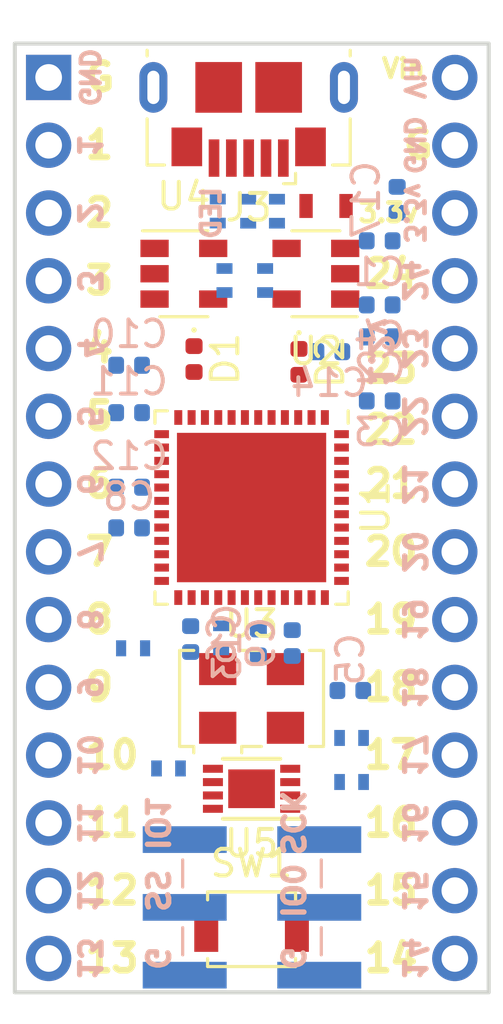
<source format=kicad_pcb>
(kicad_pcb (version 20171130) (host pcbnew 5.0.0-fee4fd1~66~ubuntu18.04.1)

  (general
    (thickness 1.6)
    (drawings 68)
    (tracks 0)
    (zones 0)
    (modules 37)
    (nets 47)
  )

  (page A4)
  (layers
    (0 F.Cu signal)
    (31 B.Cu signal)
    (32 B.Adhes user)
    (33 F.Adhes user)
    (34 B.Paste user)
    (35 F.Paste user)
    (36 B.SilkS user)
    (37 F.SilkS user)
    (38 B.Mask user)
    (39 F.Mask user)
    (40 Dwgs.User user hide)
    (41 Cmts.User user hide)
    (42 Eco1.User user hide)
    (43 Eco2.User user hide)
    (44 Edge.Cuts user)
    (45 Margin user hide)
    (46 B.CrtYd user hide)
    (47 F.CrtYd user hide)
    (48 B.Fab user hide)
    (49 F.Fab user hide)
  )

  (setup
    (last_trace_width 0.1)
    (user_trace_width 0.1)
    (user_trace_width 0.15)
    (user_trace_width 0.2)
    (user_trace_width 0.25)
    (user_trace_width 0.3)
    (user_trace_width 0.5)
    (trace_clearance 0.1)
    (zone_clearance 0.2)
    (zone_45_only yes)
    (trace_min 0.1)
    (segment_width 0.2)
    (edge_width 0.15)
    (via_size 0.5)
    (via_drill 0.2)
    (via_min_size 0.5)
    (via_min_drill 0.2)
    (user_via 0.5 0.2)
    (user_via 0.6 0.3)
    (uvia_size 0.3)
    (uvia_drill 0.1)
    (uvias_allowed no)
    (uvia_min_size 0.2)
    (uvia_min_drill 0.1)
    (pcb_text_width 0.3)
    (pcb_text_size 1.5 1.5)
    (mod_edge_width 0.15)
    (mod_text_size 1 1)
    (mod_text_width 0.15)
    (pad_size 0.25 0.25)
    (pad_drill 0)
    (pad_to_mask_clearance 0.05)
    (aux_axis_origin 0 0)
    (grid_origin 151.13 99.314)
    (visible_elements 7FFFFFFF)
    (pcbplotparams
      (layerselection 0x310fc_80000007)
      (usegerberextensions false)
      (usegerberattributes false)
      (usegerberadvancedattributes false)
      (creategerberjobfile false)
      (excludeedgelayer true)
      (linewidth 0.100000)
      (plotframeref false)
      (viasonmask false)
      (mode 1)
      (useauxorigin false)
      (hpglpennumber 1)
      (hpglpenspeed 20)
      (hpglpendiameter 15.000000)
      (psnegative false)
      (psa4output false)
      (plotreference true)
      (plotvalue true)
      (plotinvisibletext false)
      (padsonsilk false)
      (subtractmaskfromsilk false)
      (outputformat 1)
      (mirror false)
      (drillshape 0)
      (scaleselection 1)
      (outputdirectory "TinyFPGA_BX_Rev11/"))
  )

  (net 0 "")
  (net 1 "Net-(J3-Pad1)")
  (net 2 "Net-(J3-Pad2)")
  (net 3 "Net-(J3-Pad3)")
  (net 4 +5V)
  (net 5 CLK)
  (net 6 SCK)
  (net 7 CRESET_B)
  (net 8 SDI)
  (net 9 SS)
  (net 10 GND)
  (net 11 SDO)
  (net 12 USB_P)
  (net 13 USB_N)
  (net 14 USB_PU)
  (net 15 LED)
  (net 16 "Net-(D1-Pad1)")
  (net 17 "Net-(D2-Pad1)")
  (net 18 SPI_VCCIO1)
  (net 19 VCC_CORE)
  (net 20 VCCPLL)
  (net 21 HL_02)
  (net 22 HL_03)
  (net 23 HL_04)
  (net 24 HL_05)
  (net 25 HL_06)
  (net 26 HL_07)
  (net 27 HL_08)
  (net 28 HL_09)
  (net 29 HL_10)
  (net 30 HL_11)
  (net 31 HL_12)
  (net 32 HL_13)
  (net 33 HL_14)
  (net 34 HR_04)
  (net 35 SPI_HOLD_N)
  (net 36 SPI_WP_N)
  (net 37 HR_05)
  (net 38 HR_06)
  (net 39 HR_07)
  (net 40 HR_08)
  (net 41 HR_09)
  (net 42 HR_10)
  (net 43 HR_11)
  (net 44 HR_12)
  (net 45 HR_13)
  (net 46 HR_14)

  (net_class Default "This is the default net class."
    (clearance 0.1)
    (trace_width 0.1)
    (via_dia 0.5)
    (via_drill 0.2)
    (uvia_dia 0.3)
    (uvia_drill 0.1)
    (add_net +5V)
    (add_net CLK)
    (add_net CRESET_B)
    (add_net GND)
    (add_net HL_02)
    (add_net HL_03)
    (add_net HL_04)
    (add_net HL_05)
    (add_net HL_06)
    (add_net HL_07)
    (add_net HL_08)
    (add_net HL_09)
    (add_net HL_10)
    (add_net HL_11)
    (add_net HL_12)
    (add_net HL_13)
    (add_net HL_14)
    (add_net HR_04)
    (add_net HR_05)
    (add_net HR_06)
    (add_net HR_07)
    (add_net HR_08)
    (add_net HR_09)
    (add_net HR_10)
    (add_net HR_11)
    (add_net HR_12)
    (add_net HR_13)
    (add_net HR_14)
    (add_net LED)
    (add_net "Net-(D1-Pad1)")
    (add_net "Net-(D2-Pad1)")
    (add_net "Net-(J3-Pad1)")
    (add_net "Net-(J3-Pad2)")
    (add_net "Net-(J3-Pad3)")
    (add_net SCK)
    (add_net SDI)
    (add_net SDO)
    (add_net SPI_HOLD_N)
    (add_net SPI_VCCIO1)
    (add_net SPI_WP_N)
    (add_net SS)
    (add_net USB_N)
    (add_net USB_P)
    (add_net USB_PU)
    (add_net VCCPLL)
    (add_net VCC_CORE)
  )

  (net_class large ""
    (clearance 0.1)
    (trace_width 0.15)
    (via_dia 0.6)
    (via_drill 0.3)
    (uvia_dia 0.3)
    (uvia_drill 0.1)
  )

  (net_class xlarge ""
    (clearance 0.2)
    (trace_width 0.2)
    (via_dia 0.5)
    (via_drill 0.2)
    (uvia_dia 0.3)
    (uvia_drill 0.1)
  )

  (module Pin_Headers:Pin_Header_Straight_1x14_Pitch2.54mm (layer F.Cu) (tedit 5923D90A) (tstamp 5BBF8E04)
    (at 143.516 97.7991)
    (descr "Through hole straight pin header, 1x14, 2.54mm pitch, single row")
    (tags "Through hole pin header THT 1x14 2.54mm single row")
    (path /591076F8)
    (fp_text reference J1 (at 0 -2.33) (layer F.Fab) hide
      (effects (font (size 1 1) (thickness 0.15)))
    )
    (fp_text value CONN_01X14 (at 0 35.35) (layer F.Fab) hide
      (effects (font (size 1 1) (thickness 0.15)))
    )
    (fp_line (start -1.8 -1.8) (end -1.8 34.8) (layer F.CrtYd) (width 0.05))
    (fp_line (start -1.8 34.8) (end 1.8 34.8) (layer F.CrtYd) (width 0.05))
    (fp_line (start 1.8 34.8) (end 1.8 -1.8) (layer F.CrtYd) (width 0.05))
    (fp_line (start 1.8 -1.8) (end -1.8 -1.8) (layer F.CrtYd) (width 0.05))
    (fp_text user %R (at 0 -2.33) (layer F.Fab) hide
      (effects (font (size 1 1) (thickness 0.15)))
    )
    (pad 1 thru_hole rect (at 0 0) (size 1.7 1.7) (drill 1) (layers *.Cu *.Mask)
      (net 10 GND))
    (pad 2 thru_hole oval (at 0 2.54) (size 1.7 1.7) (drill 1) (layers *.Cu *.Mask)
      (net 21 HL_02))
    (pad 3 thru_hole oval (at 0 5.08) (size 1.7 1.7) (drill 1) (layers *.Cu *.Mask)
      (net 22 HL_03))
    (pad 4 thru_hole oval (at 0 7.62) (size 1.7 1.7) (drill 1) (layers *.Cu *.Mask)
      (net 23 HL_04))
    (pad 5 thru_hole oval (at 0 10.16) (size 1.7 1.7) (drill 1) (layers *.Cu *.Mask)
      (net 24 HL_05))
    (pad 6 thru_hole oval (at 0 12.7) (size 1.7 1.7) (drill 1) (layers *.Cu *.Mask)
      (net 25 HL_06))
    (pad 7 thru_hole oval (at 0 15.24) (size 1.7 1.7) (drill 1) (layers *.Cu *.Mask)
      (net 26 HL_07))
    (pad 8 thru_hole oval (at 0 17.78) (size 1.7 1.7) (drill 1) (layers *.Cu *.Mask)
      (net 27 HL_08))
    (pad 9 thru_hole oval (at 0 20.32) (size 1.7 1.7) (drill 1) (layers *.Cu *.Mask)
      (net 28 HL_09))
    (pad 10 thru_hole oval (at 0 22.86) (size 1.7 1.7) (drill 1) (layers *.Cu *.Mask)
      (net 29 HL_10))
    (pad 11 thru_hole oval (at 0 25.4) (size 1.7 1.7) (drill 1) (layers *.Cu *.Mask)
      (net 30 HL_11))
    (pad 12 thru_hole oval (at 0 27.94) (size 1.7 1.7) (drill 1) (layers *.Cu *.Mask)
      (net 31 HL_12))
    (pad 13 thru_hole oval (at 0 30.48) (size 1.7 1.7) (drill 1) (layers *.Cu *.Mask)
      (net 32 HL_13))
    (pad 14 thru_hole oval (at 0 33.02) (size 1.7 1.7) (drill 1) (layers *.Cu *.Mask)
      (net 33 HL_14))
    (model ${KISYS3DMOD}/Pin_Headers.3dshapes/Pin_Header_Straight_1x14_Pitch2.54mm.wrl
      (offset (xyz 0 0 -1.904999971389771))
      (scale (xyz 1 1 1))
      (rotate (xyz 0 180 0))
    )
  )

  (module Pin_Headers:Pin_Header_Straight_2x03_Pitch2.54mm_SMD (layer B.Cu) (tedit 5A3BF6DE) (tstamp 5BCBDBC7)
    (at 151.145 128.905)
    (descr "surface-mounted straight pin header, 2x03, 2.54mm pitch, double rows")
    (tags "Surface mounted pin header SMD 2x03 2.54mm double row")
    (path /5A3BFD22)
    (attr smd)
    (fp_text reference J5 (at 0 4.87) (layer B.Fab) hide
      (effects (font (size 1 1) (thickness 0.15)) (justify mirror))
    )
    (fp_text value Conn_02x03_Odd_Even (at 0 -4.87) (layer B.Fab)
      (effects (font (size 1 1) (thickness 0.15)) (justify mirror))
    )
    (fp_line (start 2.54 -3.81) (end -2.54 -3.81) (layer B.Fab) (width 0.1))
    (fp_line (start -1.59 3.81) (end 2.54 3.81) (layer B.Fab) (width 0.1))
    (fp_line (start -2.54 -3.81) (end -2.54 2.86) (layer B.Fab) (width 0.1))
    (fp_line (start -2.54 2.86) (end -1.59 3.81) (layer B.Fab) (width 0.1))
    (fp_line (start 2.54 3.81) (end 2.54 -3.81) (layer B.Fab) (width 0.1))
    (fp_line (start -2.54 2.86) (end -3.6 2.86) (layer B.Fab) (width 0.1))
    (fp_line (start -3.6 2.86) (end -3.6 2.22) (layer B.Fab) (width 0.1))
    (fp_line (start -3.6 2.22) (end -2.54 2.22) (layer B.Fab) (width 0.1))
    (fp_line (start 2.54 2.86) (end 3.6 2.86) (layer B.Fab) (width 0.1))
    (fp_line (start 3.6 2.86) (end 3.6 2.22) (layer B.Fab) (width 0.1))
    (fp_line (start 3.6 2.22) (end 2.54 2.22) (layer B.Fab) (width 0.1))
    (fp_line (start -2.54 0.32) (end -3.6 0.32) (layer B.Fab) (width 0.1))
    (fp_line (start -3.6 0.32) (end -3.6 -0.32) (layer B.Fab) (width 0.1))
    (fp_line (start -3.6 -0.32) (end -2.54 -0.32) (layer B.Fab) (width 0.1))
    (fp_line (start 2.54 0.32) (end 3.6 0.32) (layer B.Fab) (width 0.1))
    (fp_line (start 3.6 0.32) (end 3.6 -0.32) (layer B.Fab) (width 0.1))
    (fp_line (start 3.6 -0.32) (end 2.54 -0.32) (layer B.Fab) (width 0.1))
    (fp_line (start -2.54 -2.22) (end -3.6 -2.22) (layer B.Fab) (width 0.1))
    (fp_line (start -3.6 -2.22) (end -3.6 -2.86) (layer B.Fab) (width 0.1))
    (fp_line (start -3.6 -2.86) (end -2.54 -2.86) (layer B.Fab) (width 0.1))
    (fp_line (start 2.54 -2.22) (end 3.6 -2.22) (layer B.Fab) (width 0.1))
    (fp_line (start 3.6 -2.22) (end 3.6 -2.86) (layer B.Fab) (width 0.1))
    (fp_line (start 3.6 -2.86) (end 2.54 -2.86) (layer B.Fab) (width 0.1))
    (fp_line (start -2.6 1.78) (end -2.6 0.76) (layer B.SilkS) (width 0.12))
    (fp_line (start 2.6 1.78) (end 2.6 0.76) (layer B.SilkS) (width 0.12))
    (fp_line (start -2.6 -0.76) (end -2.6 -1.78) (layer B.SilkS) (width 0.12))
    (fp_line (start 2.6 -0.76) (end 2.6 -1.78) (layer B.SilkS) (width 0.12))
    (fp_line (start -5.9 4.35) (end -5.9 -4.35) (layer B.CrtYd) (width 0.05))
    (fp_line (start -5.9 -4.35) (end 5.9 -4.35) (layer B.CrtYd) (width 0.05))
    (fp_line (start 5.9 -4.35) (end 5.9 4.35) (layer B.CrtYd) (width 0.05))
    (fp_line (start 5.9 4.35) (end -5.9 4.35) (layer B.CrtYd) (width 0.05))
    (fp_text user %R (at 0 0 270) (layer B.Fab)
      (effects (font (size 1 1) (thickness 0.15)) (justify mirror))
    )
    (pad 1 smd rect (at -2.525 2.54) (size 3.15 1) (layers B.Cu B.Paste B.Mask)
      (net 35 SPI_HOLD_N))
    (pad 2 smd rect (at 2.525 2.54) (size 3.15 1) (layers B.Cu B.Paste B.Mask)
      (net 6 SCK))
    (pad 3 smd rect (at -2.525 0) (size 3.15 1) (layers B.Cu B.Paste B.Mask)
      (net 36 SPI_WP_N))
    (pad 4 smd rect (at 2.525 0) (size 3.15 1) (layers B.Cu B.Paste B.Mask)
      (net 11 SDO))
    (pad 5 smd rect (at -2.525 -2.54) (size 3.15 1) (layers B.Cu B.Paste B.Mask)
      (net 9 SS))
    (pad 6 smd rect (at 2.525 -2.54) (size 3.15 1) (layers B.Cu B.Paste B.Mask)
      (net 8 SDI))
    (model ${KISYS3DMOD}/Pin_Headers.3dshapes/Pin_Header_Straight_2x03_Pitch2.54mm_SMD.wrl
      (at (xyz 0 0 0))
      (scale (xyz 1 1 1))
      (rotate (xyz 0 0 0))
    )
  )

  (module Resistors_SMD:R_0402 (layer B.Cu) (tedit 5A3A12FD) (tstamp 5BC50FCA)
    (at 154.882 124.206 180)
    (descr "Resistor SMD 0402, reflow soldering, Vishay (see dcrcw.pdf)")
    (tags "resistor 0402")
    (path /592015DC)
    (attr smd)
    (fp_text reference R6 (at -0.875 0 180) (layer B.Fab)
      (effects (font (size 0.2 0.2) (thickness 0.05)) (justify mirror))
    )
    (fp_text value R (at 0 0 180) (layer B.Fab)
      (effects (font (size 0.2 0.2) (thickness 0.05)) (justify mirror))
    )
    (fp_line (start -0.5 -0.25) (end -0.5 0.25) (layer B.Fab) (width 0.1))
    (fp_line (start 0.5 -0.25) (end -0.5 -0.25) (layer B.Fab) (width 0.1))
    (fp_line (start 0.5 0.25) (end 0.5 -0.25) (layer B.Fab) (width 0.1))
    (fp_line (start -0.5 0.25) (end 0.5 0.25) (layer B.Fab) (width 0.1))
    (fp_line (start -0.8 0.45) (end 0.8 0.45) (layer B.CrtYd) (width 0.05))
    (fp_line (start -0.8 0.45) (end -0.8 -0.45) (layer B.CrtYd) (width 0.05))
    (fp_line (start 0.8 -0.45) (end 0.8 0.45) (layer B.CrtYd) (width 0.05))
    (fp_line (start 0.8 -0.45) (end -0.8 -0.45) (layer B.CrtYd) (width 0.05))
    (pad 1 smd rect (at -0.45 0 180) (size 0.4 0.6) (layers B.Cu B.Paste B.Mask)
      (net 18 SPI_VCCIO1))
    (pad 2 smd rect (at 0.45 0 180) (size 0.4 0.6) (layers B.Cu B.Paste B.Mask)
      (net 7 CRESET_B))
    (model ${KISYS3DMOD}/Resistors_SMD.3dshapes/R_0402.wrl
      (at (xyz 0 0 0))
      (scale (xyz 1 1 1))
      (rotate (xyz 0 0 0))
    )
  )

  (module Inductors_SMD:L_0603 (layer F.Cu) (tedit 5A3A12D1) (tstamp 5BC4D89D)
    (at 153.924 102.616 180)
    (descr "Resistor SMD 0603, reflow soldering, Vishay (see dcrcw.pdf)")
    (tags "resistor 0603")
    (path /591C2A75)
    (attr smd)
    (fp_text reference L1 (at 0 0 180) (layer F.Fab)
      (effects (font (size 0.3 0.3) (thickness 0.075)))
    )
    (fp_text value Bead (at 0 0.65 180) (layer F.Fab)
      (effects (font (size 0.2 0.2) (thickness 0.05)))
    )
    (fp_line (start -0.8 0.4) (end -0.8 -0.4) (layer F.Fab) (width 0.1))
    (fp_line (start 0.8 0.4) (end -0.8 0.4) (layer F.Fab) (width 0.1))
    (fp_line (start 0.8 -0.4) (end 0.8 0.4) (layer F.Fab) (width 0.1))
    (fp_line (start -0.8 -0.4) (end 0.8 -0.4) (layer F.Fab) (width 0.1))
    (fp_line (start -1.3 -0.8) (end 1.3 -0.8) (layer F.CrtYd) (width 0.05))
    (fp_line (start -1.3 0.8) (end 1.3 0.8) (layer F.CrtYd) (width 0.05))
    (fp_line (start -1.3 -0.8) (end -1.3 0.8) (layer F.CrtYd) (width 0.05))
    (fp_line (start 1.3 -0.8) (end 1.3 0.8) (layer F.CrtYd) (width 0.05))
    (pad 1 smd rect (at -0.75 0 180) (size 0.5 0.9) (layers F.Cu F.Paste F.Mask)
      (net 4 +5V))
    (pad 2 smd rect (at 0.75 0 180) (size 0.5 0.9) (layers F.Cu F.Paste F.Mask)
      (net 1 "Net-(J3-Pad1)"))
    (model Inductors_SMD.3dshapes\L_0603.wrl
      (at (xyz 0 0 0))
      (scale (xyz 1 1 1))
      (rotate (xyz 0 0 0))
    )
  )

  (module Resistors_SMD:R_0402_NoSilk (layer B.Cu) (tedit 5A39FA77) (tstamp 5BC4C780)
    (at 151.638 105.41 90)
    (descr "Resistor SMD 0402, reflow soldering, Vishay (see dcrcw.pdf)")
    (tags "resistor 0402")
    (path /5A3A96BD)
    (attr smd)
    (fp_text reference R9 (at 0 0 90) (layer B.SilkS) hide
      (effects (font (size 0.2 0.2) (thickness 0.05)) (justify mirror))
    )
    (fp_text value 270 (at 0 -0.7 90) (layer B.Fab)
      (effects (font (size 0.2 0.2) (thickness 0.05)) (justify mirror))
    )
    (fp_text user %R (at 0 0 90) (layer B.Fab)
      (effects (font (size 0.2 0.2) (thickness 0.05)) (justify mirror))
    )
    (fp_line (start -0.5 -0.25) (end -0.5 0.25) (layer B.Fab) (width 0.1))
    (fp_line (start 0.5 -0.25) (end -0.5 -0.25) (layer B.Fab) (width 0.1))
    (fp_line (start 0.5 0.25) (end 0.5 -0.25) (layer B.Fab) (width 0.1))
    (fp_line (start -0.5 0.25) (end 0.5 0.25) (layer B.Fab) (width 0.1))
    (fp_line (start -0.8 0.45) (end 0.8 0.45) (layer B.CrtYd) (width 0.05))
    (fp_line (start -0.8 0.45) (end -0.8 -0.45) (layer B.CrtYd) (width 0.05))
    (fp_line (start 0.8 -0.45) (end 0.8 0.45) (layer B.CrtYd) (width 0.05))
    (fp_line (start 0.8 -0.45) (end -0.8 -0.45) (layer B.CrtYd) (width 0.05))
    (pad 1 smd rect (at -0.45 0 90) (size 0.4 0.6) (layers B.Cu B.Paste B.Mask)
      (net 17 "Net-(D2-Pad1)"))
    (pad 2 smd rect (at 0.45 0 90) (size 0.4 0.6) (layers B.Cu B.Paste B.Mask)
      (net 10 GND))
    (model ${KISYS3DMOD}/Resistors_SMD.3dshapes/R_0402.wrl
      (at (xyz 0 0 0))
      (scale (xyz 1 1 1))
      (rotate (xyz 0 0 0))
    )
  )

  (module Resistors_SMD:R_0402_NoSilk (layer B.Cu) (tedit 5A39FA48) (tstamp 5A39FAFC)
    (at 150.114 105.41 90)
    (descr "Resistor SMD 0402, reflow soldering, Vishay (see dcrcw.pdf)")
    (tags "resistor 0402")
    (path /5A3A95FA)
    (attr smd)
    (fp_text reference R8 (at 0 0 90) (layer B.SilkS) hide
      (effects (font (size 0.2 0.2) (thickness 0.05)) (justify mirror))
    )
    (fp_text value 270 (at 0 -0.7 90) (layer B.Fab)
      (effects (font (size 0.2 0.2) (thickness 0.05)) (justify mirror))
    )
    (fp_text user %R (at 0 0 90) (layer B.Fab)
      (effects (font (size 0.2 0.2) (thickness 0.05)) (justify mirror))
    )
    (fp_line (start -0.5 -0.25) (end -0.5 0.25) (layer B.Fab) (width 0.1))
    (fp_line (start 0.5 -0.25) (end -0.5 -0.25) (layer B.Fab) (width 0.1))
    (fp_line (start 0.5 0.25) (end 0.5 -0.25) (layer B.Fab) (width 0.1))
    (fp_line (start -0.5 0.25) (end 0.5 0.25) (layer B.Fab) (width 0.1))
    (fp_line (start -0.8 0.45) (end 0.8 0.45) (layer B.CrtYd) (width 0.05))
    (fp_line (start -0.8 0.45) (end -0.8 -0.45) (layer B.CrtYd) (width 0.05))
    (fp_line (start 0.8 -0.45) (end 0.8 0.45) (layer B.CrtYd) (width 0.05))
    (fp_line (start 0.8 -0.45) (end -0.8 -0.45) (layer B.CrtYd) (width 0.05))
    (pad 1 smd rect (at -0.45 0 90) (size 0.4 0.6) (layers B.Cu B.Paste B.Mask)
      (net 16 "Net-(D1-Pad1)"))
    (pad 2 smd rect (at 0.45 0 90) (size 0.4 0.6) (layers B.Cu B.Paste B.Mask)
      (net 10 GND))
    (model ${KISYS3DMOD}/Resistors_SMD.3dshapes/R_0402.wrl
      (at (xyz 0 0 0))
      (scale (xyz 1 1 1))
      (rotate (xyz 0 0 0))
    )
  )

  (module Resistors_SMD:R_0402_NoSilk (layer B.Cu) (tedit 59227D88) (tstamp 59227DAD)
    (at 148.013 123.698)
    (descr "Resistor SMD 0402, reflow soldering, Vishay (see dcrcw.pdf)")
    (tags "resistor 0402")
    (path /5922D14B)
    (attr smd)
    (fp_text reference R7 (at -0.875 -0.05) (layer B.Fab)
      (effects (font (size 0.2 0.2) (thickness 0.05)) (justify mirror))
    )
    (fp_text value 10k (at 0 0) (layer B.Fab)
      (effects (font (size 0.2 0.2) (thickness 0.05)) (justify mirror))
    )
    (fp_line (start -0.5 -0.25) (end -0.5 0.25) (layer B.Fab) (width 0.1))
    (fp_line (start 0.5 -0.25) (end -0.5 -0.25) (layer B.Fab) (width 0.1))
    (fp_line (start 0.5 0.25) (end 0.5 -0.25) (layer B.Fab) (width 0.1))
    (fp_line (start -0.5 0.25) (end 0.5 0.25) (layer B.Fab) (width 0.1))
    (fp_line (start -0.8 0.45) (end 0.8 0.45) (layer B.CrtYd) (width 0.05))
    (fp_line (start -0.8 0.45) (end -0.8 -0.45) (layer B.CrtYd) (width 0.05))
    (fp_line (start 0.8 -0.45) (end 0.8 0.45) (layer B.CrtYd) (width 0.05))
    (fp_line (start 0.8 -0.45) (end -0.8 -0.45) (layer B.CrtYd) (width 0.05))
    (pad 1 smd rect (at -0.45 0) (size 0.4 0.6) (layers B.Cu B.Paste B.Mask)
      (net 18 SPI_VCCIO1))
    (pad 2 smd rect (at 0.45 0) (size 0.4 0.6) (layers B.Cu B.Paste B.Mask)
      (net 35 SPI_HOLD_N))
    (model ${KISYS3DMOD}/Resistors_SMD.3dshapes/R_0402.wrl
      (at (xyz 0 0 0))
      (scale (xyz 1 1 1))
      (rotate (xyz 0 0 0))
    )
  )

  (module Pin_Headers:Pin_Header_Straight_1x14_Pitch2.54mm (layer F.Cu) (tedit 5923D90E) (tstamp 5BCBF59B)
    (at 158.756 97.7991)
    (descr "Through hole straight pin header, 1x14, 2.54mm pitch, single row")
    (tags "Through hole pin header THT 1x14 2.54mm single row")
    (path /5910778F)
    (fp_text reference J2 (at 0 -2.33) (layer F.Fab) hide
      (effects (font (size 1 1) (thickness 0.15)))
    )
    (fp_text value CONN_01X14 (at 0 35.35) (layer F.Fab) hide
      (effects (font (size 1 1) (thickness 0.15)))
    )
    (fp_line (start -1.8 -1.8) (end -1.8 34.8) (layer F.CrtYd) (width 0.05))
    (fp_line (start -1.8 34.8) (end 1.8 34.8) (layer F.CrtYd) (width 0.05))
    (fp_line (start 1.8 34.8) (end 1.8 -1.8) (layer F.CrtYd) (width 0.05))
    (fp_line (start 1.8 -1.8) (end -1.8 -1.8) (layer F.CrtYd) (width 0.05))
    (fp_text user %R (at 0 -2.33) (layer F.Fab) hide
      (effects (font (size 1 1) (thickness 0.15)))
    )
    (pad 1 thru_hole circle (at 0 0) (size 1.7 1.7) (drill 1) (layers *.Cu *.Mask)
      (net 4 +5V))
    (pad 2 thru_hole oval (at 0 2.54) (size 1.7 1.7) (drill 1) (layers *.Cu *.Mask)
      (net 10 GND))
    (pad 3 thru_hole oval (at 0 5.08) (size 1.7 1.7) (drill 1) (layers *.Cu *.Mask)
      (net 18 SPI_VCCIO1))
    (pad 4 thru_hole oval (at 0 7.62) (size 1.7 1.7) (drill 1) (layers *.Cu *.Mask)
      (net 34 HR_04))
    (pad 5 thru_hole oval (at 0 10.16) (size 1.7 1.7) (drill 1) (layers *.Cu *.Mask)
      (net 37 HR_05))
    (pad 6 thru_hole oval (at 0 12.7) (size 1.7 1.7) (drill 1) (layers *.Cu *.Mask)
      (net 38 HR_06))
    (pad 7 thru_hole oval (at 0 15.24) (size 1.7 1.7) (drill 1) (layers *.Cu *.Mask)
      (net 39 HR_07))
    (pad 8 thru_hole oval (at 0 17.78) (size 1.7 1.7) (drill 1) (layers *.Cu *.Mask)
      (net 40 HR_08))
    (pad 9 thru_hole oval (at 0 20.32) (size 1.7 1.7) (drill 1) (layers *.Cu *.Mask)
      (net 41 HR_09))
    (pad 10 thru_hole oval (at 0 22.86) (size 1.7 1.7) (drill 1) (layers *.Cu *.Mask)
      (net 42 HR_10))
    (pad 11 thru_hole oval (at 0 25.4) (size 1.7 1.7) (drill 1) (layers *.Cu *.Mask)
      (net 43 HR_11))
    (pad 12 thru_hole oval (at 0 27.94) (size 1.7 1.7) (drill 1) (layers *.Cu *.Mask)
      (net 44 HR_12))
    (pad 13 thru_hole oval (at 0 30.48) (size 1.7 1.7) (drill 1) (layers *.Cu *.Mask)
      (net 45 HR_13))
    (pad 14 thru_hole oval (at 0 33.02) (size 1.7 1.7) (drill 1) (layers *.Cu *.Mask)
      (net 46 HR_14))
    (model ${KISYS3DMOD}/Pin_Headers.3dshapes/Pin_Header_Straight_1x14_Pitch2.54mm.wrl
      (offset (xyz 0 0 -1.904999971389771))
      (scale (xyz 1 1 1))
      (rotate (xyz 0 180 0))
    )
  )

  (module Resistors_SMD:R_0402_NoSilk (layer B.Cu) (tedit 5A43ECB6) (tstamp 5BC4F9DC)
    (at 146.685 119.195 180)
    (descr "Resistor SMD 0402, reflow soldering, Vishay (see dcrcw.pdf)")
    (tags "resistor 0402")
    (path /591EBB96)
    (attr smd)
    (fp_text reference R5 (at -0.875 0 180) (layer B.Fab)
      (effects (font (size 0.2 0.2) (thickness 0.05)) (justify mirror))
    )
    (fp_text value 10k (at 0 0 180) (layer B.Fab)
      (effects (font (size 0.2 0.2) (thickness 0.05)) (justify mirror))
    )
    (fp_line (start -0.5 -0.25) (end -0.5 0.25) (layer B.Fab) (width 0.1))
    (fp_line (start 0.5 -0.25) (end -0.5 -0.25) (layer B.Fab) (width 0.1))
    (fp_line (start 0.5 0.25) (end 0.5 -0.25) (layer B.Fab) (width 0.1))
    (fp_line (start -0.5 0.25) (end 0.5 0.25) (layer B.Fab) (width 0.1))
    (fp_line (start -0.8 0.45) (end 0.8 0.45) (layer B.CrtYd) (width 0.05))
    (fp_line (start -0.8 0.45) (end -0.8 -0.45) (layer B.CrtYd) (width 0.05))
    (fp_line (start 0.8 -0.45) (end 0.8 0.45) (layer B.CrtYd) (width 0.05))
    (fp_line (start 0.8 -0.45) (end -0.8 -0.45) (layer B.CrtYd) (width 0.05))
    (pad 1 smd rect (at -0.45 0 180) (size 0.38 0.6) (layers B.Cu B.Paste B.Mask)
      (net 18 SPI_VCCIO1))
    (pad 2 smd rect (at 0.45 0 180) (size 0.38 0.6) (layers B.Cu B.Paste B.Mask)
      (net 9 SS))
    (model ${KISYS3DMOD}/Resistors_SMD.3dshapes/R_0402.wrl
      (at (xyz 0 0 0))
      (scale (xyz 1 1 1))
      (rotate (xyz 0 0 0))
    )
  )

  (module Resistors_SMD:R_0402_NoSilk (layer B.Cu) (tedit 591D4866) (tstamp 5BC4F0FD)
    (at 149.987 118.803 90)
    (descr "Resistor SMD 0402, reflow soldering, Vishay (see dcrcw.pdf)")
    (tags "resistor 0402")
    (path /591E2BF1)
    (attr smd)
    (fp_text reference R4 (at -0.8 0 90) (layer B.Fab)
      (effects (font (size 0.2 0.2) (thickness 0.05)) (justify mirror))
    )
    (fp_text value 100 (at 0 0 90) (layer B.Fab)
      (effects (font (size 0.2 0.2) (thickness 0.05)) (justify mirror))
    )
    (fp_line (start -0.5 -0.25) (end -0.5 0.25) (layer B.Fab) (width 0.1))
    (fp_line (start 0.5 -0.25) (end -0.5 -0.25) (layer B.Fab) (width 0.1))
    (fp_line (start 0.5 0.25) (end 0.5 -0.25) (layer B.Fab) (width 0.1))
    (fp_line (start -0.5 0.25) (end 0.5 0.25) (layer B.Fab) (width 0.1))
    (fp_line (start -0.8 0.45) (end 0.8 0.45) (layer B.CrtYd) (width 0.05))
    (fp_line (start -0.8 0.45) (end -0.8 -0.45) (layer B.CrtYd) (width 0.05))
    (fp_line (start 0.8 -0.45) (end 0.8 0.45) (layer B.CrtYd) (width 0.05))
    (fp_line (start 0.8 -0.45) (end -0.8 -0.45) (layer B.CrtYd) (width 0.05))
    (pad 1 smd rect (at -0.45 0 90) (size 0.4 0.6) (layers B.Cu B.Paste B.Mask)
      (net 20 VCCPLL))
    (pad 2 smd rect (at 0.45 0 90) (size 0.4 0.6) (layers B.Cu B.Paste B.Mask)
      (net 19 VCC_CORE))
    (model ${KISYS3DMOD}/Resistors_SMD.3dshapes/R_0402.wrl
      (at (xyz 0 0 0))
      (scale (xyz 1 1 1))
      (rotate (xyz 0 0 0))
    )
  )

  (module Resistors_SMD:R_0402_NoSilk (layer B.Cu) (tedit 591D2795) (tstamp 5BC05C93)
    (at 149.86 102.8065 270)
    (descr "Resistor SMD 0402, reflow soldering, Vishay (see dcrcw.pdf)")
    (tags "resistor 0402")
    (path /591D2427)
    (attr smd)
    (fp_text reference R1 (at 0.8 0 270) (layer B.Fab)
      (effects (font (size 0.2 0.2) (thickness 0.05)) (justify mirror))
    )
    (fp_text value 1.5k (at 0 0 270) (layer B.Fab)
      (effects (font (size 0.2 0.2) (thickness 0.05)) (justify mirror))
    )
    (fp_line (start -0.5 -0.25) (end -0.5 0.25) (layer B.Fab) (width 0.1))
    (fp_line (start 0.5 -0.25) (end -0.5 -0.25) (layer B.Fab) (width 0.1))
    (fp_line (start 0.5 0.25) (end 0.5 -0.25) (layer B.Fab) (width 0.1))
    (fp_line (start -0.5 0.25) (end 0.5 0.25) (layer B.Fab) (width 0.1))
    (fp_line (start -0.8 0.45) (end 0.8 0.45) (layer B.CrtYd) (width 0.05))
    (fp_line (start -0.8 0.45) (end -0.8 -0.45) (layer B.CrtYd) (width 0.05))
    (fp_line (start 0.8 -0.45) (end 0.8 0.45) (layer B.CrtYd) (width 0.05))
    (fp_line (start 0.8 -0.45) (end -0.8 -0.45) (layer B.CrtYd) (width 0.05))
    (pad 1 smd rect (at -0.45 0 270) (size 0.4 0.6) (layers B.Cu B.Paste B.Mask)
      (net 3 "Net-(J3-Pad3)"))
    (pad 2 smd rect (at 0.45 0 270) (size 0.4 0.6) (layers B.Cu B.Paste B.Mask)
      (net 14 USB_PU))
    (model ${KISYS3DMOD}/Resistors_SMD.3dshapes/R_0402.wrl
      (at (xyz 0 0 0))
      (scale (xyz 1 1 1))
      (rotate (xyz 0 0 0))
    )
  )

  (module Resistors_SMD:R_0402_NoSilk (layer B.Cu) (tedit 591D270C) (tstamp 591D26A2)
    (at 151.003 102.812 90)
    (descr "Resistor SMD 0402, reflow soldering, Vishay (see dcrcw.pdf)")
    (tags "resistor 0402")
    (path /591D2293)
    (attr smd)
    (fp_text reference R2 (at -0.8 0 90) (layer B.Fab)
      (effects (font (size 0.2 0.2) (thickness 0.05)) (justify mirror))
    )
    (fp_text value 68 (at 0 0 90) (layer B.Fab)
      (effects (font (size 0.2 0.2) (thickness 0.05)) (justify mirror))
    )
    (fp_line (start -0.5 -0.25) (end -0.5 0.25) (layer B.Fab) (width 0.1))
    (fp_line (start 0.5 -0.25) (end -0.5 -0.25) (layer B.Fab) (width 0.1))
    (fp_line (start 0.5 0.25) (end 0.5 -0.25) (layer B.Fab) (width 0.1))
    (fp_line (start -0.5 0.25) (end 0.5 0.25) (layer B.Fab) (width 0.1))
    (fp_line (start -0.8 0.45) (end 0.8 0.45) (layer B.CrtYd) (width 0.05))
    (fp_line (start -0.8 0.45) (end -0.8 -0.45) (layer B.CrtYd) (width 0.05))
    (fp_line (start 0.8 -0.45) (end 0.8 0.45) (layer B.CrtYd) (width 0.05))
    (fp_line (start 0.8 -0.45) (end -0.8 -0.45) (layer B.CrtYd) (width 0.05))
    (pad 1 smd rect (at -0.45 0 90) (size 0.4 0.6) (layers B.Cu B.Paste B.Mask)
      (net 12 USB_P))
    (pad 2 smd rect (at 0.45 0 90) (size 0.4 0.6) (layers B.Cu B.Paste B.Mask)
      (net 3 "Net-(J3-Pad3)"))
    (model ${KISYS3DMOD}/Resistors_SMD.3dshapes/R_0402.wrl
      (at (xyz 0 0 0))
      (scale (xyz 1 1 1))
      (rotate (xyz 0 0 0))
    )
  )

  (module Resistors_SMD:R_0402_NoSilk (layer B.Cu) (tedit 591D26E3) (tstamp 591D26A8)
    (at 152.0825 102.812 90)
    (descr "Resistor SMD 0402, reflow soldering, Vishay (see dcrcw.pdf)")
    (tags "resistor 0402")
    (path /591D2392)
    (attr smd)
    (fp_text reference R3 (at -0.8 0 90) (layer B.Fab)
      (effects (font (size 0.2 0.2) (thickness 0.05)) (justify mirror))
    )
    (fp_text value 68 (at 0 0 90) (layer B.Fab)
      (effects (font (size 0.2 0.2) (thickness 0.05)) (justify mirror))
    )
    (fp_line (start -0.5 -0.25) (end -0.5 0.25) (layer B.Fab) (width 0.1))
    (fp_line (start 0.5 -0.25) (end -0.5 -0.25) (layer B.Fab) (width 0.1))
    (fp_line (start 0.5 0.25) (end 0.5 -0.25) (layer B.Fab) (width 0.1))
    (fp_line (start -0.5 0.25) (end 0.5 0.25) (layer B.Fab) (width 0.1))
    (fp_line (start -0.8 0.45) (end 0.8 0.45) (layer B.CrtYd) (width 0.05))
    (fp_line (start -0.8 0.45) (end -0.8 -0.45) (layer B.CrtYd) (width 0.05))
    (fp_line (start 0.8 -0.45) (end 0.8 0.45) (layer B.CrtYd) (width 0.05))
    (fp_line (start 0.8 -0.45) (end -0.8 -0.45) (layer B.CrtYd) (width 0.05))
    (pad 1 smd rect (at -0.45 0 90) (size 0.4 0.6) (layers B.Cu B.Paste B.Mask)
      (net 13 USB_N))
    (pad 2 smd rect (at 0.45 0 90) (size 0.4 0.6) (layers B.Cu B.Paste B.Mask)
      (net 2 "Net-(J3-Pad2)"))
    (model ${KISYS3DMOD}/Resistors_SMD.3dshapes/R_0402.wrl
      (at (xyz 0 0 0))
      (scale (xyz 1 1 1))
      (rotate (xyz 0 0 0))
    )
  )

  (module Resistors_SMD:R_0402_NoSilk (layer B.Cu) (tedit 5ABAFCB4) (tstamp 5ABAFB4F)
    (at 154.882 122.555 180)
    (descr "Resistor SMD 0402, reflow soldering, Vishay (see dcrcw.pdf)")
    (tags "resistor 0402")
    (path /5ABB1098)
    (attr smd)
    (fp_text reference R10 (at -0.01 0.47 180) (layer B.Fab) hide
      (effects (font (size 0.127 0.127) (thickness 0.03175)) (justify mirror))
    )
    (fp_text value 10k (at 0.004 -0.469899 180) (layer B.Fab)
      (effects (font (size 0.127 0.127) (thickness 0.03175)) (justify mirror))
    )
    (fp_text user %R (at -0.01 0.470101 180) (layer B.Fab)
      (effects (font (size 0.127 0.127) (thickness 0.03175)) (justify mirror))
    )
    (fp_line (start -0.5 -0.25) (end -0.5 0.25) (layer B.Fab) (width 0.1))
    (fp_line (start 0.5 -0.25) (end -0.5 -0.25) (layer B.Fab) (width 0.1))
    (fp_line (start 0.5 0.25) (end 0.5 -0.25) (layer B.Fab) (width 0.1))
    (fp_line (start -0.5 0.25) (end 0.5 0.25) (layer B.Fab) (width 0.1))
    (fp_line (start -0.8 0.45) (end 0.8 0.45) (layer B.CrtYd) (width 0.05))
    (fp_line (start -0.8 0.45) (end -0.8 -0.45) (layer B.CrtYd) (width 0.05))
    (fp_line (start 0.8 -0.45) (end 0.8 0.45) (layer B.CrtYd) (width 0.05))
    (fp_line (start 0.8 -0.45) (end -0.8 -0.45) (layer B.CrtYd) (width 0.05))
    (pad 1 smd rect (at -0.45 0 180) (size 0.4 0.6) (layers B.Cu B.Paste B.Mask)
      (net 18 SPI_VCCIO1))
    (pad 2 smd rect (at 0.45 0 180) (size 0.4 0.6) (layers B.Cu B.Paste B.Mask)
      (net 36 SPI_WP_N))
    (model ${KISYS3DMOD}/Resistors_SMD.3dshapes/R_0402.wrl
      (at (xyz 0 0 0))
      (scale (xyz 1 1 1))
      (rotate (xyz 0 0 0))
    )
  )

  (module Package_DFN_QFN:QFN-48-1EP_7x7mm_P0.5mm_EP5.6x5.6mm (layer F.Cu) (tedit 5ADE26D5) (tstamp 5BC506B9)
    (at 151.13 113.919 270)
    (descr "48-Lead Plastic Quad Flat, No Lead Package - 7x7 mm Body [QFN]; see figure 37 of http://www.st.com/resource/en/datasheet/stm32f042k6.pdf")
    (tags "QFN 0.5")
    (path /5BBD03F8)
    (attr smd)
    (fp_text reference U1 (at 0 -4.65 270) (layer F.SilkS)
      (effects (font (size 1 1) (thickness 0.15)))
    )
    (fp_text value ICE40UP5K-SG48ITR (at 0 4.65 270) (layer F.Fab)
      (effects (font (size 1 1) (thickness 0.15)))
    )
    (fp_line (start 3.5 3.5) (end -3.5 3.5) (layer F.Fab) (width 0.1))
    (fp_line (start -3.5 3.5) (end -3.5 -2.5) (layer F.Fab) (width 0.1))
    (fp_line (start -3.5 -2.5) (end -2.5 -3.5) (layer F.Fab) (width 0.1))
    (fp_line (start -2.5 -3.5) (end 3.5 -3.5) (layer F.Fab) (width 0.1))
    (fp_line (start 3.5 -3.5) (end 3.5 3.5) (layer F.Fab) (width 0.1))
    (fp_line (start -3.9 -3.9) (end -3.9 3.9) (layer F.CrtYd) (width 0.05))
    (fp_line (start -3.9 3.9) (end 3.9 3.9) (layer F.CrtYd) (width 0.05))
    (fp_line (start 3.9 3.9) (end 3.9 -3.9) (layer F.CrtYd) (width 0.05))
    (fp_line (start 3.9 -3.9) (end -3.9 -3.9) (layer F.CrtYd) (width 0.05))
    (fp_line (start 3.16 -3.625) (end 3.625 -3.625) (layer F.SilkS) (width 0.12))
    (fp_line (start 3.625 -3.625) (end 3.625 -3.16) (layer F.SilkS) (width 0.12))
    (fp_line (start -3.16 3.625) (end -3.625 3.625) (layer F.SilkS) (width 0.12))
    (fp_line (start -3.625 3.625) (end -3.625 3.16) (layer F.SilkS) (width 0.12))
    (fp_line (start 3.16 3.625) (end 3.625 3.625) (layer F.SilkS) (width 0.12))
    (fp_line (start 3.625 3.625) (end 3.625 3.16) (layer F.SilkS) (width 0.12))
    (fp_line (start -3.625 -3.625) (end -3.16 -3.625) (layer F.SilkS) (width 0.12))
    (fp_text user %R (at 0 0 270) (layer F.Fab)
      (effects (font (size 1 1) (thickness 0.15)))
    )
    (pad 1 smd rect (at -3.375 -2.75 270) (size 0.55 0.3) (layers F.Cu F.Paste F.Mask)
      (net 18 SPI_VCCIO1))
    (pad 2 smd rect (at -3.375 -2.25 270) (size 0.55 0.3) (layers F.Cu F.Paste F.Mask)
      (net 39 HR_07))
    (pad 3 smd rect (at -3.375 -1.75 270) (size 0.55 0.3) (layers F.Cu F.Paste F.Mask)
      (net 38 HR_06))
    (pad 4 smd rect (at -3.375 -1.25 270) (size 0.55 0.3) (layers F.Cu F.Paste F.Mask)
      (net 37 HR_05))
    (pad 5 smd rect (at -3.375 -0.75 270) (size 0.55 0.3) (layers F.Cu F.Paste F.Mask)
      (net 19 VCC_CORE))
    (pad 6 smd rect (at -3.375 -0.25 270) (size 0.55 0.3) (layers F.Cu F.Paste F.Mask)
      (net 34 HR_04))
    (pad 7 smd rect (at -3.375 0.25 270) (size 0.55 0.3) (layers F.Cu F.Paste F.Mask))
    (pad 8 smd rect (at -3.375 0.75 270) (size 0.55 0.3) (layers F.Cu F.Paste F.Mask)
      (net 7 CRESET_B))
    (pad 9 smd rect (at -3.375 1.25 270) (size 0.55 0.3) (layers F.Cu F.Paste F.Mask)
      (net 21 HL_02))
    (pad 10 smd rect (at -3.375 1.75 270) (size 0.55 0.3) (layers F.Cu F.Paste F.Mask)
      (net 22 HL_03))
    (pad 11 smd rect (at -3.375 2.25 270) (size 0.55 0.3) (layers F.Cu F.Paste F.Mask)
      (net 23 HL_04))
    (pad 12 smd rect (at -3.375 2.75 270) (size 0.55 0.3) (layers F.Cu F.Paste F.Mask)
      (net 24 HL_05))
    (pad 13 smd rect (at -2.75 3.375) (size 0.55 0.3) (layers F.Cu F.Paste F.Mask)
      (net 25 HL_06))
    (pad 14 smd rect (at -2.25 3.375) (size 0.55 0.3) (layers F.Cu F.Paste F.Mask)
      (net 8 SDI))
    (pad 15 smd rect (at -1.75 3.375) (size 0.55 0.3) (layers F.Cu F.Paste F.Mask)
      (net 6 SCK))
    (pad 16 smd rect (at -1.25 3.375) (size 0.55 0.3) (layers F.Cu F.Paste F.Mask)
      (net 9 SS))
    (pad 17 smd rect (at -0.75 3.375) (size 0.55 0.3) (layers F.Cu F.Paste F.Mask)
      (net 11 SDO))
    (pad 18 smd rect (at -0.25 3.375) (size 0.55 0.3) (layers F.Cu F.Paste F.Mask)
      (net 26 HL_07))
    (pad 19 smd rect (at 0.25 3.375) (size 0.55 0.3) (layers F.Cu F.Paste F.Mask)
      (net 27 HL_08))
    (pad 20 smd rect (at 0.75 3.375) (size 0.55 0.3) (layers F.Cu F.Paste F.Mask)
      (net 28 HL_09))
    (pad 21 smd rect (at 1.25 3.375) (size 0.55 0.3) (layers F.Cu F.Paste F.Mask)
      (net 29 HL_10))
    (pad 22 smd rect (at 1.75 3.375) (size 0.55 0.3) (layers F.Cu F.Paste F.Mask)
      (net 18 SPI_VCCIO1))
    (pad 23 smd rect (at 2.25 3.375) (size 0.55 0.3) (layers F.Cu F.Paste F.Mask)
      (net 30 HL_11))
    (pad 24 smd rect (at 2.75 3.375) (size 0.55 0.3) (layers F.Cu F.Paste F.Mask)
      (net 18 SPI_VCCIO1))
    (pad 25 smd rect (at 3.375 2.75 270) (size 0.55 0.3) (layers F.Cu F.Paste F.Mask)
      (net 31 HL_12))
    (pad 26 smd rect (at 3.375 2.25 270) (size 0.55 0.3) (layers F.Cu F.Paste F.Mask)
      (net 32 HL_13))
    (pad 27 smd rect (at 3.375 1.75 270) (size 0.55 0.3) (layers F.Cu F.Paste F.Mask)
      (net 33 HL_14))
    (pad 28 smd rect (at 3.375 1.25 270) (size 0.55 0.3) (layers F.Cu F.Paste F.Mask))
    (pad 29 smd rect (at 3.375 0.75 270) (size 0.55 0.3) (layers F.Cu F.Paste F.Mask)
      (net 20 VCCPLL))
    (pad 30 smd rect (at 3.375 0.25 270) (size 0.55 0.3) (layers F.Cu F.Paste F.Mask)
      (net 19 VCC_CORE))
    (pad 31 smd rect (at 3.375 -0.25 270) (size 0.55 0.3) (layers F.Cu F.Paste F.Mask))
    (pad 32 smd rect (at 3.375 -0.75 270) (size 0.55 0.3) (layers F.Cu F.Paste F.Mask))
    (pad 33 smd rect (at 3.375 -1.25 270) (size 0.55 0.3) (layers F.Cu F.Paste F.Mask)
      (net 18 SPI_VCCIO1))
    (pad 34 smd rect (at 3.375 -1.75 270) (size 0.55 0.3) (layers F.Cu F.Paste F.Mask)
      (net 46 HR_14))
    (pad 35 smd rect (at 3.375 -2.25 270) (size 0.55 0.3) (layers F.Cu F.Paste F.Mask)
      (net 5 CLK))
    (pad 36 smd rect (at 3.375 -2.75 270) (size 0.55 0.3) (layers F.Cu F.Paste F.Mask)
      (net 45 HR_13))
    (pad 37 smd rect (at 2.75 -3.375) (size 0.55 0.3) (layers F.Cu F.Paste F.Mask)
      (net 44 HR_12))
    (pad 38 smd rect (at 2.25 -3.375) (size 0.55 0.3) (layers F.Cu F.Paste F.Mask)
      (net 43 HR_11))
    (pad 39 smd rect (at 1.75 -3.375) (size 0.55 0.3) (layers F.Cu F.Paste F.Mask)
      (net 36 SPI_WP_N))
    (pad 40 smd rect (at 1.25 -3.375) (size 0.55 0.3) (layers F.Cu F.Paste F.Mask)
      (net 35 SPI_HOLD_N))
    (pad 41 smd rect (at 0.75 -3.375) (size 0.55 0.3) (layers F.Cu F.Paste F.Mask)
      (net 15 LED))
    (pad 42 smd rect (at 0.25 -3.375) (size 0.55 0.3) (layers F.Cu F.Paste F.Mask)
      (net 42 HR_10))
    (pad 43 smd rect (at -0.25 -3.375) (size 0.55 0.3) (layers F.Cu F.Paste F.Mask)
      (net 41 HR_09))
    (pad 44 smd rect (at -0.75 -3.375) (size 0.55 0.3) (layers F.Cu F.Paste F.Mask)
      (net 40 HR_08))
    (pad 45 smd rect (at -1.25 -3.375) (size 0.55 0.3) (layers F.Cu F.Paste F.Mask)
      (net 13 USB_N))
    (pad 46 smd rect (at -1.75 -3.375) (size 0.55 0.3) (layers F.Cu F.Paste F.Mask)
      (net 39 HR_07))
    (pad 47 smd rect (at -2.25 -3.375) (size 0.55 0.3) (layers F.Cu F.Paste F.Mask)
      (net 14 USB_PU))
    (pad 48 smd rect (at -2.75 -3.375) (size 0.55 0.3) (layers F.Cu F.Paste F.Mask)
      (net 12 USB_P))
    (pad 49 smd rect (at 0 0 270) (size 5.6 5.6) (layers F.Cu F.Mask)
      (net 10 GND))
    (pad "" smd rect (at -2.1 -2.1 270) (size 1.12 1.12) (layers F.Paste))
    (pad "" smd rect (at -2.1 -0.7 270) (size 1.12 1.12) (layers F.Paste))
    (pad "" smd rect (at -2.1 0.7 270) (size 1.12 1.12) (layers F.Paste))
    (pad "" smd rect (at -2.1 2.1 270) (size 1.12 1.12) (layers F.Paste))
    (pad "" smd rect (at -0.7 -2.1 270) (size 1.12 1.12) (layers F.Paste))
    (pad "" smd rect (at -0.7 -0.7 270) (size 1.12 1.12) (layers F.Paste))
    (pad "" smd rect (at -0.7 0.7 270) (size 1.12 1.12) (layers F.Paste))
    (pad "" smd rect (at -0.7 2.1 270) (size 1.12 1.12) (layers F.Paste))
    (pad "" smd rect (at 0.7 -2.1 270) (size 1.12 1.12) (layers F.Paste))
    (pad "" smd rect (at 0.7 -0.7 270) (size 1.12 1.12) (layers F.Paste))
    (pad "" smd rect (at 0.7 0.7 270) (size 1.12 1.12) (layers F.Paste))
    (pad "" smd rect (at 0.7 2.1 270) (size 1.12 1.12) (layers F.Paste))
    (pad "" smd rect (at 2.1 -2.1 270) (size 1.12 1.12) (layers F.Paste))
    (pad "" smd rect (at 2.1 -0.7 270) (size 1.12 1.12) (layers F.Paste))
    (pad "" smd rect (at 2.1 0.7 270) (size 1.12 1.12) (layers F.Paste))
    (pad "" smd rect (at 2.1 2.1 270) (size 1.12 1.12) (layers F.Paste))
    (model ${KISYS3DMOD}/Package_DFN_QFN.3dshapes/QFN-48-1EP_7x7mm_P0.5mm_EP5.6x5.6mm.wrl
      (at (xyz 0 0 0))
      (scale (xyz 1 1 1))
      (rotate (xyz 0 0 0))
    )
  )

  (module Capacitor_SMD:C_0402_1005Metric (layer B.Cu) (tedit 5B301BBE) (tstamp 5BCBC6AD)
    (at 155.936 103.9231)
    (descr "Capacitor SMD 0402 (1005 Metric), square (rectangular) end terminal, IPC_7351 nominal, (Body size source: http://www.tortai-tech.com/upload/download/2011102023233369053.pdf), generated with kicad-footprint-generator")
    (tags capacitor)
    (path /591C09B3)
    (attr smd)
    (fp_text reference C1 (at 0 1.17) (layer B.SilkS)
      (effects (font (size 1 1) (thickness 0.15)) (justify mirror))
    )
    (fp_text value 1uF (at 0 -1.17) (layer B.Fab)
      (effects (font (size 1 1) (thickness 0.15)) (justify mirror))
    )
    (fp_line (start -0.5 -0.25) (end -0.5 0.25) (layer B.Fab) (width 0.1))
    (fp_line (start -0.5 0.25) (end 0.5 0.25) (layer B.Fab) (width 0.1))
    (fp_line (start 0.5 0.25) (end 0.5 -0.25) (layer B.Fab) (width 0.1))
    (fp_line (start 0.5 -0.25) (end -0.5 -0.25) (layer B.Fab) (width 0.1))
    (fp_line (start -0.93 -0.47) (end -0.93 0.47) (layer B.CrtYd) (width 0.05))
    (fp_line (start -0.93 0.47) (end 0.93 0.47) (layer B.CrtYd) (width 0.05))
    (fp_line (start 0.93 0.47) (end 0.93 -0.47) (layer B.CrtYd) (width 0.05))
    (fp_line (start 0.93 -0.47) (end -0.93 -0.47) (layer B.CrtYd) (width 0.05))
    (fp_text user %R (at 0 0) (layer B.Fab)
      (effects (font (size 0.25 0.25) (thickness 0.04)) (justify mirror))
    )
    (pad 1 smd roundrect (at -0.485 0) (size 0.59 0.64) (layers B.Cu B.Paste B.Mask) (roundrect_rratio 0.25)
      (net 4 +5V))
    (pad 2 smd roundrect (at 0.485 0) (size 0.59 0.64) (layers B.Cu B.Paste B.Mask) (roundrect_rratio 0.25)
      (net 10 GND))
    (model ${KISYS3DMOD}/Capacitor_SMD.3dshapes/C_0402_1005Metric.wrl
      (at (xyz 0 0 0))
      (scale (xyz 1 1 1))
      (rotate (xyz 0 0 0))
    )
  )

  (module Capacitor_SMD:C_0402_1005Metric (layer B.Cu) (tedit 5B301BBE) (tstamp 5BCBC6BB)
    (at 155.936 107.5231)
    (descr "Capacitor SMD 0402 (1005 Metric), square (rectangular) end terminal, IPC_7351 nominal, (Body size source: http://www.tortai-tech.com/upload/download/2011102023233369053.pdf), generated with kicad-footprint-generator")
    (tags capacitor)
    (path /591BF1F2)
    (attr smd)
    (fp_text reference C2 (at 0 1.17) (layer B.SilkS)
      (effects (font (size 1 1) (thickness 0.15)) (justify mirror))
    )
    (fp_text value 1uF (at 0 -1.17) (layer B.Fab)
      (effects (font (size 1 1) (thickness 0.15)) (justify mirror))
    )
    (fp_text user %R (at 0 0) (layer B.Fab)
      (effects (font (size 0.25 0.25) (thickness 0.04)) (justify mirror))
    )
    (fp_line (start 0.93 -0.47) (end -0.93 -0.47) (layer B.CrtYd) (width 0.05))
    (fp_line (start 0.93 0.47) (end 0.93 -0.47) (layer B.CrtYd) (width 0.05))
    (fp_line (start -0.93 0.47) (end 0.93 0.47) (layer B.CrtYd) (width 0.05))
    (fp_line (start -0.93 -0.47) (end -0.93 0.47) (layer B.CrtYd) (width 0.05))
    (fp_line (start 0.5 -0.25) (end -0.5 -0.25) (layer B.Fab) (width 0.1))
    (fp_line (start 0.5 0.25) (end 0.5 -0.25) (layer B.Fab) (width 0.1))
    (fp_line (start -0.5 0.25) (end 0.5 0.25) (layer B.Fab) (width 0.1))
    (fp_line (start -0.5 -0.25) (end -0.5 0.25) (layer B.Fab) (width 0.1))
    (pad 2 smd roundrect (at 0.485 0) (size 0.59 0.64) (layers B.Cu B.Paste B.Mask) (roundrect_rratio 0.25)
      (net 10 GND))
    (pad 1 smd roundrect (at -0.485 0) (size 0.59 0.64) (layers B.Cu B.Paste B.Mask) (roundrect_rratio 0.25)
      (net 18 SPI_VCCIO1))
    (model ${KISYS3DMOD}/Capacitor_SMD.3dshapes/C_0402_1005Metric.wrl
      (at (xyz 0 0 0))
      (scale (xyz 1 1 1))
      (rotate (xyz 0 0 0))
    )
  )

  (module Capacitor_SMD:C_0402_1005Metric (layer B.Cu) (tedit 5B301BBE) (tstamp 5BCBC6C9)
    (at 155.936 109.9231)
    (descr "Capacitor SMD 0402 (1005 Metric), square (rectangular) end terminal, IPC_7351 nominal, (Body size source: http://www.tortai-tech.com/upload/download/2011102023233369053.pdf), generated with kicad-footprint-generator")
    (tags capacitor)
    (path /591BF26D)
    (attr smd)
    (fp_text reference C3 (at 0 1.17) (layer B.SilkS)
      (effects (font (size 1 1) (thickness 0.15)) (justify mirror))
    )
    (fp_text value 1uF (at 0 -1.17) (layer B.Fab)
      (effects (font (size 1 1) (thickness 0.15)) (justify mirror))
    )
    (fp_line (start -0.5 -0.25) (end -0.5 0.25) (layer B.Fab) (width 0.1))
    (fp_line (start -0.5 0.25) (end 0.5 0.25) (layer B.Fab) (width 0.1))
    (fp_line (start 0.5 0.25) (end 0.5 -0.25) (layer B.Fab) (width 0.1))
    (fp_line (start 0.5 -0.25) (end -0.5 -0.25) (layer B.Fab) (width 0.1))
    (fp_line (start -0.93 -0.47) (end -0.93 0.47) (layer B.CrtYd) (width 0.05))
    (fp_line (start -0.93 0.47) (end 0.93 0.47) (layer B.CrtYd) (width 0.05))
    (fp_line (start 0.93 0.47) (end 0.93 -0.47) (layer B.CrtYd) (width 0.05))
    (fp_line (start 0.93 -0.47) (end -0.93 -0.47) (layer B.CrtYd) (width 0.05))
    (fp_text user %R (at 0 0) (layer B.Fab)
      (effects (font (size 0.25 0.25) (thickness 0.04)) (justify mirror))
    )
    (pad 1 smd roundrect (at -0.485 0) (size 0.59 0.64) (layers B.Cu B.Paste B.Mask) (roundrect_rratio 0.25)
      (net 19 VCC_CORE))
    (pad 2 smd roundrect (at 0.485 0) (size 0.59 0.64) (layers B.Cu B.Paste B.Mask) (roundrect_rratio 0.25)
      (net 10 GND))
    (model ${KISYS3DMOD}/Capacitor_SMD.3dshapes/C_0402_1005Metric.wrl
      (at (xyz 0 0 0))
      (scale (xyz 1 1 1))
      (rotate (xyz 0 0 0))
    )
  )

  (module Capacitor_SMD:C_0402_1005Metric (layer B.Cu) (tedit 5B301BBE) (tstamp 5BCBC6D7)
    (at 155.936 106.3231)
    (descr "Capacitor SMD 0402 (1005 Metric), square (rectangular) end terminal, IPC_7351 nominal, (Body size source: http://www.tortai-tech.com/upload/download/2011102023233369053.pdf), generated with kicad-footprint-generator")
    (tags capacitor)
    (path /591C0A32)
    (attr smd)
    (fp_text reference C4 (at 0 1.17) (layer B.SilkS)
      (effects (font (size 1 1) (thickness 0.15)) (justify mirror))
    )
    (fp_text value 1uF (at 0 -1.17) (layer B.Fab)
      (effects (font (size 1 1) (thickness 0.15)) (justify mirror))
    )
    (fp_text user %R (at 0 0) (layer B.Fab)
      (effects (font (size 0.25 0.25) (thickness 0.04)) (justify mirror))
    )
    (fp_line (start 0.93 -0.47) (end -0.93 -0.47) (layer B.CrtYd) (width 0.05))
    (fp_line (start 0.93 0.47) (end 0.93 -0.47) (layer B.CrtYd) (width 0.05))
    (fp_line (start -0.93 0.47) (end 0.93 0.47) (layer B.CrtYd) (width 0.05))
    (fp_line (start -0.93 -0.47) (end -0.93 0.47) (layer B.CrtYd) (width 0.05))
    (fp_line (start 0.5 -0.25) (end -0.5 -0.25) (layer B.Fab) (width 0.1))
    (fp_line (start 0.5 0.25) (end 0.5 -0.25) (layer B.Fab) (width 0.1))
    (fp_line (start -0.5 0.25) (end 0.5 0.25) (layer B.Fab) (width 0.1))
    (fp_line (start -0.5 -0.25) (end -0.5 0.25) (layer B.Fab) (width 0.1))
    (pad 2 smd roundrect (at 0.485 0) (size 0.59 0.64) (layers B.Cu B.Paste B.Mask) (roundrect_rratio 0.25)
      (net 10 GND))
    (pad 1 smd roundrect (at -0.485 0) (size 0.59 0.64) (layers B.Cu B.Paste B.Mask) (roundrect_rratio 0.25)
      (net 18 SPI_VCCIO1))
    (model ${KISYS3DMOD}/Capacitor_SMD.3dshapes/C_0402_1005Metric.wrl
      (at (xyz 0 0 0))
      (scale (xyz 1 1 1))
      (rotate (xyz 0 0 0))
    )
  )

  (module Capacitor_SMD:C_0402_1005Metric locked (layer B.Cu) (tedit 5B301BBE) (tstamp 5BCBC6E5)
    (at 154.836 120.777 180)
    (descr "Capacitor SMD 0402 (1005 Metric), square (rectangular) end terminal, IPC_7351 nominal, (Body size source: http://www.tortai-tech.com/upload/download/2011102023233369053.pdf), generated with kicad-footprint-generator")
    (tags capacitor)
    (path /591E10BF)
    (attr smd)
    (fp_text reference C5 (at 0 1.17 270) (layer B.SilkS)
      (effects (font (size 1 1) (thickness 0.15)) (justify mirror))
    )
    (fp_text value 100nF (at 0 -1.17 180) (layer B.Fab)
      (effects (font (size 1 1) (thickness 0.15)) (justify mirror))
    )
    (fp_text user %R (at 0 0 180) (layer B.Fab)
      (effects (font (size 0.25 0.25) (thickness 0.04)) (justify mirror))
    )
    (fp_line (start 0.93 -0.47) (end -0.93 -0.47) (layer B.CrtYd) (width 0.05))
    (fp_line (start 0.93 0.47) (end 0.93 -0.47) (layer B.CrtYd) (width 0.05))
    (fp_line (start -0.93 0.47) (end 0.93 0.47) (layer B.CrtYd) (width 0.05))
    (fp_line (start -0.93 -0.47) (end -0.93 0.47) (layer B.CrtYd) (width 0.05))
    (fp_line (start 0.5 -0.25) (end -0.5 -0.25) (layer B.Fab) (width 0.1))
    (fp_line (start 0.5 0.25) (end 0.5 -0.25) (layer B.Fab) (width 0.1))
    (fp_line (start -0.5 0.25) (end 0.5 0.25) (layer B.Fab) (width 0.1))
    (fp_line (start -0.5 -0.25) (end -0.5 0.25) (layer B.Fab) (width 0.1))
    (pad 2 smd roundrect (at 0.485 0 180) (size 0.59 0.64) (layers B.Cu B.Paste B.Mask) (roundrect_rratio 0.25)
      (net 10 GND))
    (pad 1 smd roundrect (at -0.485 0 180) (size 0.59 0.64) (layers B.Cu B.Paste B.Mask) (roundrect_rratio 0.25)
      (net 18 SPI_VCCIO1))
    (model ${KISYS3DMOD}/Capacitor_SMD.3dshapes/C_0402_1005Metric.wrl
      (at (xyz 0 0 0))
      (scale (xyz 1 1 1))
      (rotate (xyz 0 0 0))
    )
  )

  (module Capacitor_SMD:C_0402_1005Metric (layer B.Cu) (tedit 5B301BBE) (tstamp 5BC4F125)
    (at 148.844 118.849 90)
    (descr "Capacitor SMD 0402 (1005 Metric), square (rectangular) end terminal, IPC_7351 nominal, (Body size source: http://www.tortai-tech.com/upload/download/2011102023233369053.pdf), generated with kicad-footprint-generator")
    (tags capacitor)
    (path /5BC1217A)
    (attr smd)
    (fp_text reference C6 (at 0 1.17 90) (layer B.SilkS)
      (effects (font (size 1 1) (thickness 0.15)) (justify mirror))
    )
    (fp_text value 10nF (at 0 -1.17 90) (layer B.Fab)
      (effects (font (size 1 1) (thickness 0.15)) (justify mirror))
    )
    (fp_line (start -0.5 -0.25) (end -0.5 0.25) (layer B.Fab) (width 0.1))
    (fp_line (start -0.5 0.25) (end 0.5 0.25) (layer B.Fab) (width 0.1))
    (fp_line (start 0.5 0.25) (end 0.5 -0.25) (layer B.Fab) (width 0.1))
    (fp_line (start 0.5 -0.25) (end -0.5 -0.25) (layer B.Fab) (width 0.1))
    (fp_line (start -0.93 -0.47) (end -0.93 0.47) (layer B.CrtYd) (width 0.05))
    (fp_line (start -0.93 0.47) (end 0.93 0.47) (layer B.CrtYd) (width 0.05))
    (fp_line (start 0.93 0.47) (end 0.93 -0.47) (layer B.CrtYd) (width 0.05))
    (fp_line (start 0.93 -0.47) (end -0.93 -0.47) (layer B.CrtYd) (width 0.05))
    (fp_text user %R (at 0 0 90) (layer B.Fab)
      (effects (font (size 0.25 0.25) (thickness 0.04)) (justify mirror))
    )
    (pad 1 smd roundrect (at -0.485 0 90) (size 0.59 0.64) (layers B.Cu B.Paste B.Mask) (roundrect_rratio 0.25)
      (net 20 VCCPLL))
    (pad 2 smd roundrect (at 0.485 0 90) (size 0.59 0.64) (layers B.Cu B.Paste B.Mask) (roundrect_rratio 0.25)
      (net 10 GND))
    (model ${KISYS3DMOD}/Capacitor_SMD.3dshapes/C_0402_1005Metric.wrl
      (at (xyz 0 0 0))
      (scale (xyz 1 1 1))
      (rotate (xyz 0 0 0))
    )
  )

  (module Capacitor_SMD:C_0402_1005Metric (layer B.Cu) (tedit 5B301BBE) (tstamp 5BC4F90E)
    (at 146.535 114.681 180)
    (descr "Capacitor SMD 0402 (1005 Metric), square (rectangular) end terminal, IPC_7351 nominal, (Body size source: http://www.tortai-tech.com/upload/download/2011102023233369053.pdf), generated with kicad-footprint-generator")
    (tags capacitor)
    (path /591E1ADB)
    (attr smd)
    (fp_text reference C8 (at 0 1.17 180) (layer B.SilkS)
      (effects (font (size 1 1) (thickness 0.15)) (justify mirror))
    )
    (fp_text value 100nF (at 0 -1.17 180) (layer B.Fab)
      (effects (font (size 1 1) (thickness 0.15)) (justify mirror))
    )
    (fp_line (start -0.5 -0.25) (end -0.5 0.25) (layer B.Fab) (width 0.1))
    (fp_line (start -0.5 0.25) (end 0.5 0.25) (layer B.Fab) (width 0.1))
    (fp_line (start 0.5 0.25) (end 0.5 -0.25) (layer B.Fab) (width 0.1))
    (fp_line (start 0.5 -0.25) (end -0.5 -0.25) (layer B.Fab) (width 0.1))
    (fp_line (start -0.93 -0.47) (end -0.93 0.47) (layer B.CrtYd) (width 0.05))
    (fp_line (start -0.93 0.47) (end 0.93 0.47) (layer B.CrtYd) (width 0.05))
    (fp_line (start 0.93 0.47) (end 0.93 -0.47) (layer B.CrtYd) (width 0.05))
    (fp_line (start 0.93 -0.47) (end -0.93 -0.47) (layer B.CrtYd) (width 0.05))
    (fp_text user %R (at 0 0 180) (layer B.Fab)
      (effects (font (size 0.25 0.25) (thickness 0.04)) (justify mirror))
    )
    (pad 1 smd roundrect (at -0.485 0 180) (size 0.59 0.64) (layers B.Cu B.Paste B.Mask) (roundrect_rratio 0.25)
      (net 18 SPI_VCCIO1))
    (pad 2 smd roundrect (at 0.485 0 180) (size 0.59 0.64) (layers B.Cu B.Paste B.Mask) (roundrect_rratio 0.25)
      (net 10 GND))
    (model ${KISYS3DMOD}/Capacitor_SMD.3dshapes/C_0402_1005Metric.wrl
      (at (xyz 0 0 0))
      (scale (xyz 1 1 1))
      (rotate (xyz 0 0 0))
    )
  )

  (module Capacitor_SMD:C_0402_1005Metric (layer B.Cu) (tedit 5B301BBE) (tstamp 5BC4F14F)
    (at 152.654 118.999 270)
    (descr "Capacitor SMD 0402 (1005 Metric), square (rectangular) end terminal, IPC_7351 nominal, (Body size source: http://www.tortai-tech.com/upload/download/2011102023233369053.pdf), generated with kicad-footprint-generator")
    (tags capacitor)
    (path /591E9D9B)
    (attr smd)
    (fp_text reference C9 (at 0 1.17 270) (layer B.SilkS)
      (effects (font (size 1 1) (thickness 0.15)) (justify mirror))
    )
    (fp_text value 100nF (at 0 -1.17 270) (layer B.Fab)
      (effects (font (size 1 1) (thickness 0.15)) (justify mirror))
    )
    (fp_text user %R (at 0 0 270) (layer B.Fab)
      (effects (font (size 0.25 0.25) (thickness 0.04)) (justify mirror))
    )
    (fp_line (start 0.93 -0.47) (end -0.93 -0.47) (layer B.CrtYd) (width 0.05))
    (fp_line (start 0.93 0.47) (end 0.93 -0.47) (layer B.CrtYd) (width 0.05))
    (fp_line (start -0.93 0.47) (end 0.93 0.47) (layer B.CrtYd) (width 0.05))
    (fp_line (start -0.93 -0.47) (end -0.93 0.47) (layer B.CrtYd) (width 0.05))
    (fp_line (start 0.5 -0.25) (end -0.5 -0.25) (layer B.Fab) (width 0.1))
    (fp_line (start 0.5 0.25) (end 0.5 -0.25) (layer B.Fab) (width 0.1))
    (fp_line (start -0.5 0.25) (end 0.5 0.25) (layer B.Fab) (width 0.1))
    (fp_line (start -0.5 -0.25) (end -0.5 0.25) (layer B.Fab) (width 0.1))
    (pad 2 smd roundrect (at 0.485 0 270) (size 0.59 0.64) (layers B.Cu B.Paste B.Mask) (roundrect_rratio 0.25)
      (net 10 GND))
    (pad 1 smd roundrect (at -0.485 0 270) (size 0.59 0.64) (layers B.Cu B.Paste B.Mask) (roundrect_rratio 0.25)
      (net 18 SPI_VCCIO1))
    (model ${KISYS3DMOD}/Capacitor_SMD.3dshapes/C_0402_1005Metric.wrl
      (at (xyz 0 0 0))
      (scale (xyz 1 1 1))
      (rotate (xyz 0 0 0))
    )
  )

  (module Capacitor_SMD:C_0402_1005Metric (layer B.Cu) (tedit 5B301BBE) (tstamp 5BC4C265)
    (at 146.535 108.585 180)
    (descr "Capacitor SMD 0402 (1005 Metric), square (rectangular) end terminal, IPC_7351 nominal, (Body size source: http://www.tortai-tech.com/upload/download/2011102023233369053.pdf), generated with kicad-footprint-generator")
    (tags capacitor)
    (path /591E9E78)
    (attr smd)
    (fp_text reference C10 (at 0 1.17 180) (layer B.SilkS)
      (effects (font (size 1 1) (thickness 0.15)) (justify mirror))
    )
    (fp_text value 100nF (at 0 -1.17 180) (layer B.Fab)
      (effects (font (size 1 1) (thickness 0.15)) (justify mirror))
    )
    (fp_text user %R (at 0 0 180) (layer B.Fab)
      (effects (font (size 0.25 0.25) (thickness 0.04)) (justify mirror))
    )
    (fp_line (start 0.93 -0.47) (end -0.93 -0.47) (layer B.CrtYd) (width 0.05))
    (fp_line (start 0.93 0.47) (end 0.93 -0.47) (layer B.CrtYd) (width 0.05))
    (fp_line (start -0.93 0.47) (end 0.93 0.47) (layer B.CrtYd) (width 0.05))
    (fp_line (start -0.93 -0.47) (end -0.93 0.47) (layer B.CrtYd) (width 0.05))
    (fp_line (start 0.5 -0.25) (end -0.5 -0.25) (layer B.Fab) (width 0.1))
    (fp_line (start 0.5 0.25) (end 0.5 -0.25) (layer B.Fab) (width 0.1))
    (fp_line (start -0.5 0.25) (end 0.5 0.25) (layer B.Fab) (width 0.1))
    (fp_line (start -0.5 -0.25) (end -0.5 0.25) (layer B.Fab) (width 0.1))
    (pad 2 smd roundrect (at 0.485 0 180) (size 0.59 0.64) (layers B.Cu B.Paste B.Mask) (roundrect_rratio 0.25)
      (net 10 GND))
    (pad 1 smd roundrect (at -0.485 0 180) (size 0.59 0.64) (layers B.Cu B.Paste B.Mask) (roundrect_rratio 0.25)
      (net 18 SPI_VCCIO1))
    (model ${KISYS3DMOD}/Capacitor_SMD.3dshapes/C_0402_1005Metric.wrl
      (at (xyz 0 0 0))
      (scale (xyz 1 1 1))
      (rotate (xyz 0 0 0))
    )
  )

  (module Capacitor_SMD:C_0402_1005Metric (layer B.Cu) (tedit 5B301BBE) (tstamp 5BCBC72B)
    (at 146.535 110.363 180)
    (descr "Capacitor SMD 0402 (1005 Metric), square (rectangular) end terminal, IPC_7351 nominal, (Body size source: http://www.tortai-tech.com/upload/download/2011102023233369053.pdf), generated with kicad-footprint-generator")
    (tags capacitor)
    (path /591E9EF1)
    (attr smd)
    (fp_text reference C11 (at 0 1.17 180) (layer B.SilkS)
      (effects (font (size 1 1) (thickness 0.15)) (justify mirror))
    )
    (fp_text value 100nF (at 0 -1.17 180) (layer B.Fab)
      (effects (font (size 1 1) (thickness 0.15)) (justify mirror))
    )
    (fp_line (start -0.5 -0.25) (end -0.5 0.25) (layer B.Fab) (width 0.1))
    (fp_line (start -0.5 0.25) (end 0.5 0.25) (layer B.Fab) (width 0.1))
    (fp_line (start 0.5 0.25) (end 0.5 -0.25) (layer B.Fab) (width 0.1))
    (fp_line (start 0.5 -0.25) (end -0.5 -0.25) (layer B.Fab) (width 0.1))
    (fp_line (start -0.93 -0.47) (end -0.93 0.47) (layer B.CrtYd) (width 0.05))
    (fp_line (start -0.93 0.47) (end 0.93 0.47) (layer B.CrtYd) (width 0.05))
    (fp_line (start 0.93 0.47) (end 0.93 -0.47) (layer B.CrtYd) (width 0.05))
    (fp_line (start 0.93 -0.47) (end -0.93 -0.47) (layer B.CrtYd) (width 0.05))
    (fp_text user %R (at 0 0 180) (layer B.Fab)
      (effects (font (size 0.25 0.25) (thickness 0.04)) (justify mirror))
    )
    (pad 1 smd roundrect (at -0.485 0 180) (size 0.59 0.64) (layers B.Cu B.Paste B.Mask) (roundrect_rratio 0.25)
      (net 18 SPI_VCCIO1))
    (pad 2 smd roundrect (at 0.485 0 180) (size 0.59 0.64) (layers B.Cu B.Paste B.Mask) (roundrect_rratio 0.25)
      (net 10 GND))
    (model ${KISYS3DMOD}/Capacitor_SMD.3dshapes/C_0402_1005Metric.wrl
      (at (xyz 0 0 0))
      (scale (xyz 1 1 1))
      (rotate (xyz 0 0 0))
    )
  )

  (module Capacitor_SMD:C_0402_1005Metric (layer B.Cu) (tedit 5B301BBE) (tstamp 5BC4F8B2)
    (at 146.535 113.157 180)
    (descr "Capacitor SMD 0402 (1005 Metric), square (rectangular) end terminal, IPC_7351 nominal, (Body size source: http://www.tortai-tech.com/upload/download/2011102023233369053.pdf), generated with kicad-footprint-generator")
    (tags capacitor)
    (path /591E9FF1)
    (attr smd)
    (fp_text reference C12 (at 0 1.17 180) (layer B.SilkS)
      (effects (font (size 1 1) (thickness 0.15)) (justify mirror))
    )
    (fp_text value 10nF (at 0 -1.17 180) (layer B.Fab)
      (effects (font (size 1 1) (thickness 0.15)) (justify mirror))
    )
    (fp_text user %R (at 0 0 180) (layer B.Fab)
      (effects (font (size 0.25 0.25) (thickness 0.04)) (justify mirror))
    )
    (fp_line (start 0.93 -0.47) (end -0.93 -0.47) (layer B.CrtYd) (width 0.05))
    (fp_line (start 0.93 0.47) (end 0.93 -0.47) (layer B.CrtYd) (width 0.05))
    (fp_line (start -0.93 0.47) (end 0.93 0.47) (layer B.CrtYd) (width 0.05))
    (fp_line (start -0.93 -0.47) (end -0.93 0.47) (layer B.CrtYd) (width 0.05))
    (fp_line (start 0.5 -0.25) (end -0.5 -0.25) (layer B.Fab) (width 0.1))
    (fp_line (start 0.5 0.25) (end 0.5 -0.25) (layer B.Fab) (width 0.1))
    (fp_line (start -0.5 0.25) (end 0.5 0.25) (layer B.Fab) (width 0.1))
    (fp_line (start -0.5 -0.25) (end -0.5 0.25) (layer B.Fab) (width 0.1))
    (pad 2 smd roundrect (at 0.485 0 180) (size 0.59 0.64) (layers B.Cu B.Paste B.Mask) (roundrect_rratio 0.25)
      (net 10 GND))
    (pad 1 smd roundrect (at -0.485 0 180) (size 0.59 0.64) (layers B.Cu B.Paste B.Mask) (roundrect_rratio 0.25)
      (net 18 SPI_VCCIO1))
    (model ${KISYS3DMOD}/Capacitor_SMD.3dshapes/C_0402_1005Metric.wrl
      (at (xyz 0 0 0))
      (scale (xyz 1 1 1))
      (rotate (xyz 0 0 0))
    )
  )

  (module Capacitor_SMD:C_0402_1005Metric (layer B.Cu) (tedit 5B301BBE) (tstamp 5BC4F179)
    (at 151.384 118.976 270)
    (descr "Capacitor SMD 0402 (1005 Metric), square (rectangular) end terminal, IPC_7351 nominal, (Body size source: http://www.tortai-tech.com/upload/download/2011102023233369053.pdf), generated with kicad-footprint-generator")
    (tags capacitor)
    (path /591EA15E)
    (attr smd)
    (fp_text reference C13 (at 0 1.17 270) (layer B.SilkS)
      (effects (font (size 1 1) (thickness 0.15)) (justify mirror))
    )
    (fp_text value 10nF (at 0 -1.17 270) (layer B.Fab)
      (effects (font (size 1 1) (thickness 0.15)) (justify mirror))
    )
    (fp_line (start -0.5 -0.25) (end -0.5 0.25) (layer B.Fab) (width 0.1))
    (fp_line (start -0.5 0.25) (end 0.5 0.25) (layer B.Fab) (width 0.1))
    (fp_line (start 0.5 0.25) (end 0.5 -0.25) (layer B.Fab) (width 0.1))
    (fp_line (start 0.5 -0.25) (end -0.5 -0.25) (layer B.Fab) (width 0.1))
    (fp_line (start -0.93 -0.47) (end -0.93 0.47) (layer B.CrtYd) (width 0.05))
    (fp_line (start -0.93 0.47) (end 0.93 0.47) (layer B.CrtYd) (width 0.05))
    (fp_line (start 0.93 0.47) (end 0.93 -0.47) (layer B.CrtYd) (width 0.05))
    (fp_line (start 0.93 -0.47) (end -0.93 -0.47) (layer B.CrtYd) (width 0.05))
    (fp_text user %R (at 0 0 270) (layer B.Fab)
      (effects (font (size 0.25 0.25) (thickness 0.04)) (justify mirror))
    )
    (pad 1 smd roundrect (at -0.485 0 270) (size 0.59 0.64) (layers B.Cu B.Paste B.Mask) (roundrect_rratio 0.25)
      (net 19 VCC_CORE))
    (pad 2 smd roundrect (at 0.485 0 270) (size 0.59 0.64) (layers B.Cu B.Paste B.Mask) (roundrect_rratio 0.25)
      (net 10 GND))
    (model ${KISYS3DMOD}/Capacitor_SMD.3dshapes/C_0402_1005Metric.wrl
      (at (xyz 0 0 0))
      (scale (xyz 1 1 1))
      (rotate (xyz 0 0 0))
    )
  )

  (module Capacitor_SMD:C_0402_1005Metric (layer B.Cu) (tedit 5B301BBE) (tstamp 5BCBC755)
    (at 154.051 108.077)
    (descr "Capacitor SMD 0402 (1005 Metric), square (rectangular) end terminal, IPC_7351 nominal, (Body size source: http://www.tortai-tech.com/upload/download/2011102023233369053.pdf), generated with kicad-footprint-generator")
    (tags capacitor)
    (path /591EA1D8)
    (attr smd)
    (fp_text reference C14 (at 0 1.17) (layer B.SilkS)
      (effects (font (size 1 1) (thickness 0.15)) (justify mirror))
    )
    (fp_text value 10nF (at 0 -1.17) (layer B.Fab)
      (effects (font (size 1 1) (thickness 0.15)) (justify mirror))
    )
    (fp_text user %R (at 0 0) (layer B.Fab)
      (effects (font (size 0.25 0.25) (thickness 0.04)) (justify mirror))
    )
    (fp_line (start 0.93 -0.47) (end -0.93 -0.47) (layer B.CrtYd) (width 0.05))
    (fp_line (start 0.93 0.47) (end 0.93 -0.47) (layer B.CrtYd) (width 0.05))
    (fp_line (start -0.93 0.47) (end 0.93 0.47) (layer B.CrtYd) (width 0.05))
    (fp_line (start -0.93 -0.47) (end -0.93 0.47) (layer B.CrtYd) (width 0.05))
    (fp_line (start 0.5 -0.25) (end -0.5 -0.25) (layer B.Fab) (width 0.1))
    (fp_line (start 0.5 0.25) (end 0.5 -0.25) (layer B.Fab) (width 0.1))
    (fp_line (start -0.5 0.25) (end 0.5 0.25) (layer B.Fab) (width 0.1))
    (fp_line (start -0.5 -0.25) (end -0.5 0.25) (layer B.Fab) (width 0.1))
    (pad 2 smd roundrect (at 0.485 0) (size 0.59 0.64) (layers B.Cu B.Paste B.Mask) (roundrect_rratio 0.25)
      (net 10 GND))
    (pad 1 smd roundrect (at -0.485 0) (size 0.59 0.64) (layers B.Cu B.Paste B.Mask) (roundrect_rratio 0.25)
      (net 20 VCCPLL))
    (model ${KISYS3DMOD}/Capacitor_SMD.3dshapes/C_0402_1005Metric.wrl
      (at (xyz 0 0 0))
      (scale (xyz 1 1 1))
      (rotate (xyz 0 0 0))
    )
  )

  (module Capacitor_SMD:C_0402_1005Metric (layer B.Cu) (tedit 5B301BBE) (tstamp 5BCBC763)
    (at 156.591 102.385 270)
    (descr "Capacitor SMD 0402 (1005 Metric), square (rectangular) end terminal, IPC_7351 nominal, (Body size source: http://www.tortai-tech.com/upload/download/2011102023233369053.pdf), generated with kicad-footprint-generator")
    (tags capacitor)
    (path /592061E2)
    (attr smd)
    (fp_text reference C17 (at 0 1.17 270) (layer B.SilkS)
      (effects (font (size 1 1) (thickness 0.15)) (justify mirror))
    )
    (fp_text value 10uF (at 0 -1.17 270) (layer B.Fab)
      (effects (font (size 1 1) (thickness 0.15)) (justify mirror))
    )
    (fp_line (start -0.5 -0.25) (end -0.5 0.25) (layer B.Fab) (width 0.1))
    (fp_line (start -0.5 0.25) (end 0.5 0.25) (layer B.Fab) (width 0.1))
    (fp_line (start 0.5 0.25) (end 0.5 -0.25) (layer B.Fab) (width 0.1))
    (fp_line (start 0.5 -0.25) (end -0.5 -0.25) (layer B.Fab) (width 0.1))
    (fp_line (start -0.93 -0.47) (end -0.93 0.47) (layer B.CrtYd) (width 0.05))
    (fp_line (start -0.93 0.47) (end 0.93 0.47) (layer B.CrtYd) (width 0.05))
    (fp_line (start 0.93 0.47) (end 0.93 -0.47) (layer B.CrtYd) (width 0.05))
    (fp_line (start 0.93 -0.47) (end -0.93 -0.47) (layer B.CrtYd) (width 0.05))
    (fp_text user %R (at 0 0 270) (layer B.Fab)
      (effects (font (size 0.25 0.25) (thickness 0.04)) (justify mirror))
    )
    (pad 1 smd roundrect (at -0.485 0 270) (size 0.59 0.64) (layers B.Cu B.Paste B.Mask) (roundrect_rratio 0.25)
      (net 4 +5V))
    (pad 2 smd roundrect (at 0.485 0 270) (size 0.59 0.64) (layers B.Cu B.Paste B.Mask) (roundrect_rratio 0.25)
      (net 10 GND))
    (model ${KISYS3DMOD}/Capacitor_SMD.3dshapes/C_0402_1005Metric.wrl
      (at (xyz 0 0 0))
      (scale (xyz 1 1 1))
      (rotate (xyz 0 0 0))
    )
  )

  (module LED_SMD:LED_0402_1005Metric (layer F.Cu) (tedit 5BBFBA0D) (tstamp 5BC4C816)
    (at 148.971 108.354 270)
    (descr "LED SMD 0402 (1005 Metric), square (rectangular) end terminal, IPC_7351 nominal, (Body size source: http://www.tortai-tech.com/upload/download/2011102023233369053.pdf), generated with kicad-footprint-generator")
    (tags LED)
    (path /5A3A94CB)
    (attr smd)
    (fp_text reference D1 (at 0 -1.17 270) (layer F.SilkS)
      (effects (font (size 1 1) (thickness 0.15)))
    )
    (fp_text value PWR (at 0 1.17 270) (layer F.Fab)
      (effects (font (size 1 1) (thickness 0.15)))
    )
    (fp_text user %R (at 0 0 270) (layer F.Fab)
      (effects (font (size 0.25 0.25) (thickness 0.04)))
    )
    (fp_line (start 0.93 0.47) (end -0.93 0.47) (layer F.CrtYd) (width 0.05))
    (fp_line (start 0.93 -0.47) (end 0.93 0.47) (layer F.CrtYd) (width 0.05))
    (fp_line (start -0.93 -0.47) (end 0.93 -0.47) (layer F.CrtYd) (width 0.05))
    (fp_line (start -0.93 0.47) (end -0.93 -0.47) (layer F.CrtYd) (width 0.05))
    (fp_line (start -0.3 0.25) (end -0.3 -0.25) (layer F.Fab) (width 0.1))
    (fp_line (start -0.4 0.25) (end -0.4 -0.25) (layer F.Fab) (width 0.1))
    (fp_line (start 0.5 0.25) (end -0.5 0.25) (layer F.Fab) (width 0.1))
    (fp_line (start 0.5 -0.25) (end 0.5 0.25) (layer F.Fab) (width 0.1))
    (fp_line (start -0.5 -0.25) (end 0.5 -0.25) (layer F.Fab) (width 0.1))
    (fp_line (start -0.5 0.25) (end -0.5 -0.25) (layer F.Fab) (width 0.1))
    (fp_circle (center -1.09 0) (end -1.04 0) (layer F.SilkS) (width 0.1))
    (pad 2 smd roundrect (at 0.485 0 270) (size 0.59 0.64) (layers F.Cu F.Paste F.Mask) (roundrect_rratio 0.25)
      (net 18 SPI_VCCIO1))
    (pad 1 smd roundrect (at -0.485 0 270) (size 0.59 0.64) (layers F.Cu F.Paste F.Mask) (roundrect_rratio 0.25)
      (net 16 "Net-(D1-Pad1)"))
    (model ${KISYS3DMOD}/LED_SMD.3dshapes/LED_0402_1005Metric.wrl
      (at (xyz 0 0 0))
      (scale (xyz 1 1 1))
      (rotate (xyz 0 0 0))
    )
  )

  (module LED_SMD:LED_0402_1005Metric (layer F.Cu) (tedit 5BBFBA0A) (tstamp 5BCBC782)
    (at 152.908 108.458 270)
    (descr "LED SMD 0402 (1005 Metric), square (rectangular) end terminal, IPC_7351 nominal, (Body size source: http://www.tortai-tech.com/upload/download/2011102023233369053.pdf), generated with kicad-footprint-generator")
    (tags LED)
    (path /5A3A9582)
    (attr smd)
    (fp_text reference D2 (at 0 -1.17 270) (layer F.SilkS)
      (effects (font (size 1 1) (thickness 0.15)))
    )
    (fp_text value USR (at 0 1.17 270) (layer F.Fab)
      (effects (font (size 1 1) (thickness 0.15)))
    )
    (fp_circle (center -1.09 0) (end -1.04 0) (layer F.SilkS) (width 0.1))
    (fp_line (start -0.5 0.25) (end -0.5 -0.25) (layer F.Fab) (width 0.1))
    (fp_line (start -0.5 -0.25) (end 0.5 -0.25) (layer F.Fab) (width 0.1))
    (fp_line (start 0.5 -0.25) (end 0.5 0.25) (layer F.Fab) (width 0.1))
    (fp_line (start 0.5 0.25) (end -0.5 0.25) (layer F.Fab) (width 0.1))
    (fp_line (start -0.4 0.25) (end -0.4 -0.25) (layer F.Fab) (width 0.1))
    (fp_line (start -0.3 0.25) (end -0.3 -0.25) (layer F.Fab) (width 0.1))
    (fp_line (start -0.93 0.47) (end -0.93 -0.47) (layer F.CrtYd) (width 0.05))
    (fp_line (start -0.93 -0.47) (end 0.93 -0.47) (layer F.CrtYd) (width 0.05))
    (fp_line (start 0.93 -0.47) (end 0.93 0.47) (layer F.CrtYd) (width 0.05))
    (fp_line (start 0.93 0.47) (end -0.93 0.47) (layer F.CrtYd) (width 0.05))
    (fp_text user %R (at 0 0 270) (layer F.Fab)
      (effects (font (size 0.25 0.25) (thickness 0.04)))
    )
    (pad 1 smd roundrect (at -0.485 0 270) (size 0.59 0.64) (layers F.Cu F.Paste F.Mask) (roundrect_rratio 0.25)
      (net 17 "Net-(D2-Pad1)"))
    (pad 2 smd roundrect (at 0.485 0 270) (size 0.59 0.64) (layers F.Cu F.Paste F.Mask) (roundrect_rratio 0.25)
      (net 15 LED))
    (model ${KISYS3DMOD}/LED_SMD.3dshapes/LED_0402_1005Metric.wrl
      (at (xyz 0 0 0))
      (scale (xyz 1 1 1))
      (rotate (xyz 0 0 0))
    )
  )

  (module Connector_USB:USB_Micro-B_GCT_USB3076-30-A (layer F.Cu) (tedit 5A170D03) (tstamp 5BCBDDD8)
    (at 151.021 99.371 180)
    (descr "GCT Micro USB https://gct.co/files/drawings/usb3076.pdf")
    (tags "Micro-USB SMD Typ-B GCT")
    (path /5918C75D)
    (attr smd)
    (fp_text reference J3 (at 0 -3.3 180) (layer F.SilkS)
      (effects (font (size 1 1) (thickness 0.15)))
    )
    (fp_text value USB_OTG (at 0 5.2 180) (layer F.Fab)
      (effects (font (size 1 1) (thickness 0.15)))
    )
    (fp_line (start -4.6 4.45) (end 4.6 4.45) (layer F.CrtYd) (width 0.05))
    (fp_line (start 4.6 -2.65) (end 4.6 4.45) (layer F.CrtYd) (width 0.05))
    (fp_line (start -4.6 -2.65) (end 4.6 -2.65) (layer F.CrtYd) (width 0.05))
    (fp_line (start -4.6 4.45) (end -4.6 -2.65) (layer F.CrtYd) (width 0.05))
    (fp_text user "PCB Edge" (at 0 2.65 180) (layer Dwgs.User)
      (effects (font (size 0.5 0.5) (thickness 0.08)))
    )
    (fp_line (start -3.81 -1.71) (end -3.15 -1.71) (layer F.SilkS) (width 0.12))
    (fp_line (start -3.81 0.02) (end -3.81 -1.71) (layer F.SilkS) (width 0.12))
    (fp_line (start 3.81 2.59) (end 3.81 2.38) (layer F.SilkS) (width 0.12))
    (fp_line (start 3.7 3.95) (end 3.7 -1.6) (layer F.Fab) (width 0.1))
    (fp_line (start -3 2.65) (end 3 2.65) (layer F.Fab) (width 0.1))
    (fp_line (start -3.7 3.95) (end 3.7 3.95) (layer F.Fab) (width 0.1))
    (fp_line (start -3.7 -1.6) (end 3.7 -1.6) (layer F.Fab) (width 0.1))
    (fp_line (start -3.7 3.95) (end -3.7 -1.6) (layer F.Fab) (width 0.1))
    (fp_line (start -3.81 2.59) (end -3.81 2.38) (layer F.SilkS) (width 0.12))
    (fp_line (start 3.81 0.02) (end 3.81 -1.71) (layer F.SilkS) (width 0.12))
    (fp_line (start 3.81 -1.71) (end 3.16 -1.71) (layer F.SilkS) (width 0.12))
    (fp_text user %R (at 0 0.85 180) (layer F.Fab)
      (effects (font (size 1 1) (thickness 0.15)))
    )
    (fp_line (start -1.76 -2.41) (end -1.31 -2.41) (layer F.SilkS) (width 0.12))
    (fp_line (start -1.76 -2.41) (end -1.76 -2.02) (layer F.SilkS) (width 0.12))
    (fp_line (start -1.3 -1.75) (end -1.5 -1.95) (layer F.Fab) (width 0.1))
    (fp_line (start -1.1 -1.95) (end -1.3 -1.75) (layer F.Fab) (width 0.1))
    (fp_line (start -1.5 -2.16) (end -1.1 -2.16) (layer F.Fab) (width 0.1))
    (fp_line (start -1.5 -2.16) (end -1.5 -1.95) (layer F.Fab) (width 0.1))
    (fp_line (start -1.1 -2.16) (end -1.1 -1.95) (layer F.Fab) (width 0.1))
    (pad 6 smd rect (at 1.125 1.2 180) (size 1.75 1.9) (layers F.Cu F.Paste F.Mask)
      (net 10 GND))
    (pad 2 smd rect (at -0.65 -1.45 180) (size 0.4 1.4) (layers F.Cu F.Paste F.Mask)
      (net 2 "Net-(J3-Pad2)"))
    (pad 1 smd rect (at -1.3 -1.45 180) (size 0.4 1.4) (layers F.Cu F.Paste F.Mask)
      (net 1 "Net-(J3-Pad1)"))
    (pad 5 smd rect (at 1.3 -1.45 180) (size 0.4 1.4) (layers F.Cu F.Paste F.Mask)
      (net 10 GND))
    (pad 4 smd rect (at 0.65 -1.45 180) (size 0.4 1.4) (layers F.Cu F.Paste F.Mask))
    (pad 3 smd rect (at 0 -1.45 180) (size 0.4 1.4) (layers F.Cu F.Paste F.Mask)
      (net 3 "Net-(J3-Pad3)"))
    (pad 6 smd rect (at -1.125 1.2 180) (size 1.75 1.9) (layers F.Cu F.Paste F.Mask)
      (net 10 GND))
    (pad 6 thru_hole oval (at -3.575 1.2) (size 1.05 1.9) (drill oval 0.45 1.25) (layers *.Cu *.Mask)
      (net 10 GND))
    (pad 6 thru_hole oval (at 3.575 1.2 180) (size 1.05 1.9) (drill oval 0.45 1.25) (layers *.Cu *.Mask)
      (net 10 GND))
    (pad 6 smd rect (at 2.32 -1.03 180) (size 1.15 1.45) (layers F.Cu F.Paste F.Mask)
      (net 10 GND))
    (pad 6 smd rect (at -2.32 -1.03 180) (size 1.15 1.45) (layers F.Cu F.Paste F.Mask)
      (net 10 GND))
    (model ${KISYS3DMOD}/Connector_USB.3dshapes/USB_Micro-B_GCT_USB3076-30-A.wrl
      (at (xyz 0 0 0))
      (scale (xyz 1 1 1))
      (rotate (xyz 0 0 0))
    )
  )

  (module Package_TO_SOT_SMD:SOT-23-5 (layer F.Cu) (tedit 5A02FF57) (tstamp 5BC4D958)
    (at 153.543 105.156 180)
    (descr "5-pin SOT23 package")
    (tags SOT-23-5)
    (path /5BC2BABA)
    (attr smd)
    (fp_text reference U2 (at 0 -2.9 180) (layer F.SilkS)
      (effects (font (size 1 1) (thickness 0.15)))
    )
    (fp_text value MIC5504-3.3YM5 (at 0 2.9 180) (layer F.Fab)
      (effects (font (size 1 1) (thickness 0.15)))
    )
    (fp_line (start 0.9 -1.55) (end 0.9 1.55) (layer F.Fab) (width 0.1))
    (fp_line (start 0.9 1.55) (end -0.9 1.55) (layer F.Fab) (width 0.1))
    (fp_line (start -0.9 -0.9) (end -0.9 1.55) (layer F.Fab) (width 0.1))
    (fp_line (start 0.9 -1.55) (end -0.25 -1.55) (layer F.Fab) (width 0.1))
    (fp_line (start -0.9 -0.9) (end -0.25 -1.55) (layer F.Fab) (width 0.1))
    (fp_line (start -1.9 1.8) (end -1.9 -1.8) (layer F.CrtYd) (width 0.05))
    (fp_line (start 1.9 1.8) (end -1.9 1.8) (layer F.CrtYd) (width 0.05))
    (fp_line (start 1.9 -1.8) (end 1.9 1.8) (layer F.CrtYd) (width 0.05))
    (fp_line (start -1.9 -1.8) (end 1.9 -1.8) (layer F.CrtYd) (width 0.05))
    (fp_line (start 0.9 -1.61) (end -1.55 -1.61) (layer F.SilkS) (width 0.12))
    (fp_line (start -0.9 1.61) (end 0.9 1.61) (layer F.SilkS) (width 0.12))
    (fp_text user %R (at 0 0 270) (layer F.Fab)
      (effects (font (size 0.5 0.5) (thickness 0.075)))
    )
    (pad 5 smd rect (at 1.1 -0.95 180) (size 1.06 0.65) (layers F.Cu F.Paste F.Mask)
      (net 18 SPI_VCCIO1))
    (pad 4 smd rect (at 1.1 0.95 180) (size 1.06 0.65) (layers F.Cu F.Paste F.Mask))
    (pad 3 smd rect (at -1.1 0.95 180) (size 1.06 0.65) (layers F.Cu F.Paste F.Mask)
      (net 4 +5V))
    (pad 2 smd rect (at -1.1 0 180) (size 1.06 0.65) (layers F.Cu F.Paste F.Mask)
      (net 10 GND))
    (pad 1 smd rect (at -1.1 -0.95 180) (size 1.06 0.65) (layers F.Cu F.Paste F.Mask)
      (net 4 +5V))
    (model ${KISYS3DMOD}/Package_TO_SOT_SMD.3dshapes/SOT-23-5.wrl
      (at (xyz 0 0 0))
      (scale (xyz 1 1 1))
      (rotate (xyz 0 0 0))
    )
  )

  (module Package_TO_SOT_SMD:SOT-23-5 (layer F.Cu) (tedit 5A02FF57) (tstamp 5BC4D9D1)
    (at 148.59 105.156)
    (descr "5-pin SOT23 package")
    (tags SOT-23-5)
    (path /5BC2BCE2)
    (attr smd)
    (fp_text reference U4 (at 0 -2.9) (layer F.SilkS)
      (effects (font (size 1 1) (thickness 0.15)))
    )
    (fp_text value MIC5504-1.2YM5 (at 0 2.9) (layer F.Fab)
      (effects (font (size 1 1) (thickness 0.15)))
    )
    (fp_text user %R (at 0 0 90) (layer F.Fab)
      (effects (font (size 0.5 0.5) (thickness 0.075)))
    )
    (fp_line (start -0.9 1.61) (end 0.9 1.61) (layer F.SilkS) (width 0.12))
    (fp_line (start 0.9 -1.61) (end -1.55 -1.61) (layer F.SilkS) (width 0.12))
    (fp_line (start -1.9 -1.8) (end 1.9 -1.8) (layer F.CrtYd) (width 0.05))
    (fp_line (start 1.9 -1.8) (end 1.9 1.8) (layer F.CrtYd) (width 0.05))
    (fp_line (start 1.9 1.8) (end -1.9 1.8) (layer F.CrtYd) (width 0.05))
    (fp_line (start -1.9 1.8) (end -1.9 -1.8) (layer F.CrtYd) (width 0.05))
    (fp_line (start -0.9 -0.9) (end -0.25 -1.55) (layer F.Fab) (width 0.1))
    (fp_line (start 0.9 -1.55) (end -0.25 -1.55) (layer F.Fab) (width 0.1))
    (fp_line (start -0.9 -0.9) (end -0.9 1.55) (layer F.Fab) (width 0.1))
    (fp_line (start 0.9 1.55) (end -0.9 1.55) (layer F.Fab) (width 0.1))
    (fp_line (start 0.9 -1.55) (end 0.9 1.55) (layer F.Fab) (width 0.1))
    (pad 1 smd rect (at -1.1 -0.95) (size 1.06 0.65) (layers F.Cu F.Paste F.Mask)
      (net 18 SPI_VCCIO1))
    (pad 2 smd rect (at -1.1 0) (size 1.06 0.65) (layers F.Cu F.Paste F.Mask)
      (net 10 GND))
    (pad 3 smd rect (at -1.1 0.95) (size 1.06 0.65) (layers F.Cu F.Paste F.Mask)
      (net 18 SPI_VCCIO1))
    (pad 4 smd rect (at 1.1 0.95) (size 1.06 0.65) (layers F.Cu F.Paste F.Mask))
    (pad 5 smd rect (at 1.1 -0.95) (size 1.06 0.65) (layers F.Cu F.Paste F.Mask)
      (net 19 VCC_CORE))
    (model ${KISYS3DMOD}/Package_TO_SOT_SMD.3dshapes/SOT-23-5.wrl
      (at (xyz 0 0 0))
      (scale (xyz 1 1 1))
      (rotate (xyz 0 0 0))
    )
  )

  (module Button_Switch_SMD:SW_SPST_B3U-1000P (layer F.Cu) (tedit 5BBFBA38) (tstamp 5BCBE2A9)
    (at 151.13 129.7231)
    (descr "Ultra-small-sized Tactile Switch with High Contact Reliability, Top-actuated Model, without Ground Terminal, without Boss")
    (tags "Tactile Switch")
    (path /5918CB81)
    (attr smd)
    (fp_text reference SW1 (at -0.006 -2.4691) (layer F.SilkS)
      (effects (font (size 1 1) (thickness 0.15)))
    )
    (fp_text value SW_Push (at 0 2.5) (layer F.Fab)
      (effects (font (size 1 1) (thickness 0.15)))
    )
    (fp_text user %R (at 1.772 -2.0881) (layer F.Fab)
      (effects (font (size 1 1) (thickness 0.15)))
    )
    (fp_line (start -2.4 1.65) (end 2.4 1.65) (layer F.CrtYd) (width 0.05))
    (fp_line (start 2.4 1.65) (end 2.4 -1.65) (layer F.CrtYd) (width 0.05))
    (fp_line (start 2.4 -1.65) (end -2.4 -1.65) (layer F.CrtYd) (width 0.05))
    (fp_line (start -2.4 -1.65) (end -2.4 1.65) (layer F.CrtYd) (width 0.05))
    (fp_line (start -1.65 1.1) (end -1.65 1.4) (layer F.SilkS) (width 0.12))
    (fp_line (start -1.65 1.4) (end 1.65 1.4) (layer F.SilkS) (width 0.12))
    (fp_line (start 1.65 1.4) (end 1.65 1.1) (layer F.SilkS) (width 0.12))
    (fp_line (start -1.65 -1.1) (end -1.65 -1.4) (layer F.SilkS) (width 0.12))
    (fp_line (start -1.65 -1.4) (end 1.65 -1.4) (layer F.SilkS) (width 0.12))
    (fp_line (start 1.65 -1.4) (end 1.65 -1.1) (layer F.SilkS) (width 0.12))
    (fp_line (start -1.5 -1.25) (end 1.5 -1.25) (layer F.Fab) (width 0.1))
    (fp_line (start 1.5 -1.25) (end 1.5 1.25) (layer F.Fab) (width 0.1))
    (fp_line (start 1.5 1.25) (end -1.5 1.25) (layer F.Fab) (width 0.1))
    (fp_line (start -1.5 1.25) (end -1.5 -1.25) (layer F.Fab) (width 0.1))
    (fp_circle (center 0 0) (end 0.75 0) (layer F.Fab) (width 0.1))
    (pad 1 smd rect (at -1.7 0) (size 0.9 1.7) (layers F.Cu F.Paste F.Mask)
      (net 10 GND))
    (pad 2 smd rect (at 1.7 0) (size 0.9 1.7) (layers F.Cu F.Paste F.Mask)
      (net 7 CRESET_B))
    (model ${KISYS3DMOD}/Button_Switch_SMD.3dshapes/SW_SPST_B3U-1000P.wrl
      (at (xyz 0 0 0))
      (scale (xyz 1 1 1))
      (rotate (xyz 0 0 0))
    )
  )

  (module Oscillator:Oscillator_SMD_EuroQuartz_XO53-4Pin_5.0x3.2mm (layer F.Cu) (tedit 58CD3345) (tstamp 5BC50153)
    (at 151.13 121.074)
    (descr "Miniature Crystal Clock Oscillator EuroQuartz XO53 series, http://cdn-reichelt.de/documents/datenblatt/B400/XO53.pdf, 5.0x3.2mm^2 package")
    (tags "SMD SMT crystal oscillator")
    (path /591A9FD7)
    (attr smd)
    (fp_text reference U3 (at 0 -2.8) (layer F.SilkS)
      (effects (font (size 1 1) (thickness 0.15)))
    )
    (fp_text value DSC6001CI2A-016.0000T (at 0 2.8) (layer F.Fab)
      (effects (font (size 1 1) (thickness 0.15)))
    )
    (fp_text user %R (at 0 0) (layer F.Fab)
      (effects (font (size 1 1) (thickness 0.15)))
    )
    (fp_line (start -2.4 -1.6) (end 2.4 -1.6) (layer F.Fab) (width 0.1))
    (fp_line (start 2.4 -1.6) (end 2.5 -1.5) (layer F.Fab) (width 0.1))
    (fp_line (start 2.5 -1.5) (end 2.5 1.5) (layer F.Fab) (width 0.1))
    (fp_line (start 2.5 1.5) (end 2.4 1.6) (layer F.Fab) (width 0.1))
    (fp_line (start 2.4 1.6) (end -2.4 1.6) (layer F.Fab) (width 0.1))
    (fp_line (start -2.4 1.6) (end -2.5 1.5) (layer F.Fab) (width 0.1))
    (fp_line (start -2.5 1.5) (end -2.5 -1.5) (layer F.Fab) (width 0.1))
    (fp_line (start -2.5 -1.5) (end -2.4 -1.6) (layer F.Fab) (width 0.1))
    (fp_line (start -2.5 0.6) (end -1.5 1.6) (layer F.Fab) (width 0.1))
    (fp_line (start 2.17 -1.8) (end 2.7 -1.8) (layer F.SilkS) (width 0.12))
    (fp_line (start 2.7 -1.8) (end 2.7 1.8) (layer F.SilkS) (width 0.12))
    (fp_line (start 2.7 1.8) (end 2.17 1.8) (layer F.SilkS) (width 0.12))
    (fp_line (start -0.37 -1.8) (end 0.37 -1.8) (layer F.SilkS) (width 0.12))
    (fp_line (start -2.17 2.04) (end -2.17 1.8) (layer F.SilkS) (width 0.12))
    (fp_line (start -2.17 1.8) (end -2.7 1.8) (layer F.SilkS) (width 0.12))
    (fp_line (start -2.7 1.8) (end -2.7 -1.8) (layer F.SilkS) (width 0.12))
    (fp_line (start -2.7 -1.8) (end -2.17 -1.8) (layer F.SilkS) (width 0.12))
    (fp_line (start 0.37 1.8) (end -0.37 1.8) (layer F.SilkS) (width 0.12))
    (fp_line (start -0.37 1.8) (end -0.37 2.04) (layer F.SilkS) (width 0.12))
    (fp_line (start -2.8 -2) (end -2.8 2) (layer F.CrtYd) (width 0.05))
    (fp_line (start -2.8 2) (end 2.8 2) (layer F.CrtYd) (width 0.05))
    (fp_line (start 2.8 2) (end 2.8 -2) (layer F.CrtYd) (width 0.05))
    (fp_line (start 2.8 -2) (end -2.8 -2) (layer F.CrtYd) (width 0.05))
    (fp_circle (center 0 0) (end 0.5 0) (layer F.Adhes) (width 0.1))
    (fp_circle (center 0 0) (end 0.416667 0) (layer F.Adhes) (width 0.166667))
    (fp_circle (center 0 0) (end 0.266667 0) (layer F.Adhes) (width 0.166667))
    (fp_circle (center 0 0) (end 0.116667 0) (layer F.Adhes) (width 0.233333))
    (pad 1 smd rect (at -1.27 1.1) (size 1.4 1.2) (layers F.Cu F.Paste F.Mask)
      (net 18 SPI_VCCIO1))
    (pad 2 smd rect (at 1.27 1.1) (size 1.4 1.2) (layers F.Cu F.Paste F.Mask)
      (net 10 GND))
    (pad 3 smd rect (at 1.27 -1.1) (size 1.4 1.2) (layers F.Cu F.Paste F.Mask)
      (net 5 CLK))
    (pad 4 smd rect (at -1.27 -1.1) (size 1.4 1.2) (layers F.Cu F.Paste F.Mask)
      (net 18 SPI_VCCIO1))
    (model ${KISYS3DMOD}/Oscillator.3dshapes/Oscillator_SMD_EuroQuartz_XO53-4Pin_5.0x3.2mm.wrl
      (at (xyz 0 0 0))
      (scale (xyz 1 1 1))
      (rotate (xyz 0 0 0))
    )
  )

  (module Package_DFN_QFN:DFN-8-1EP_3x2mm_P0.5mm_EP1.75x1.45mm (layer F.Cu) (tedit 5A64E879) (tstamp 5BCBE3D4)
    (at 151.13 124.46 180)
    (descr "8-Lead Plastic Dual Flat, No Lead Package (MC) - 2x3x0.9 mm Body [DFN] (see Microchip Packaging Specification 00000049BS.pdf)")
    (tags "DFN 0.5")
    (path /5BC8F622)
    (attr smd)
    (fp_text reference U5 (at 0 -2.05 180) (layer F.SilkS)
      (effects (font (size 1 1) (thickness 0.15)))
    )
    (fp_text value AT25xxx-MA (at 0 2.05 180) (layer F.Fab)
      (effects (font (size 1 1) (thickness 0.15)))
    )
    (fp_text user %R (at 0 0 180) (layer F.Fab)
      (effects (font (size 0.7 0.7) (thickness 0.105)))
    )
    (fp_line (start -0.5 -1) (end 1.5 -1) (layer F.Fab) (width 0.15))
    (fp_line (start 1.5 -1) (end 1.5 1) (layer F.Fab) (width 0.15))
    (fp_line (start 1.5 1) (end -1.5 1) (layer F.Fab) (width 0.15))
    (fp_line (start -1.5 1) (end -1.5 0) (layer F.Fab) (width 0.15))
    (fp_line (start -1.5 0) (end -0.5 -1) (layer F.Fab) (width 0.15))
    (fp_line (start -2.1 -1.3) (end -2.1 1.3) (layer F.CrtYd) (width 0.05))
    (fp_line (start 2.1 -1.3) (end 2.1 1.3) (layer F.CrtYd) (width 0.05))
    (fp_line (start -2.1 -1.3) (end 2.1 -1.3) (layer F.CrtYd) (width 0.05))
    (fp_line (start -2.1 1.3) (end 2.1 1.3) (layer F.CrtYd) (width 0.05))
    (fp_line (start -1.075 1.125) (end 1.075 1.125) (layer F.SilkS) (width 0.15))
    (fp_line (start -1.9 -1.125) (end 1.075 -1.125) (layer F.SilkS) (width 0.15))
    (pad 1 smd rect (at -1.45 -0.75 180) (size 0.75 0.3) (layers F.Cu F.Paste F.Mask)
      (net 9 SS))
    (pad 2 smd rect (at -1.45 -0.25 180) (size 0.75 0.3) (layers F.Cu F.Paste F.Mask)
      (net 8 SDI))
    (pad 3 smd rect (at -1.45 0.25 180) (size 0.75 0.3) (layers F.Cu F.Paste F.Mask)
      (net 36 SPI_WP_N))
    (pad 4 smd rect (at -1.45 0.75 180) (size 0.75 0.3) (layers F.Cu F.Paste F.Mask)
      (net 10 GND))
    (pad 5 smd rect (at 1.45 0.75 180) (size 0.75 0.3) (layers F.Cu F.Paste F.Mask)
      (net 11 SDO))
    (pad 6 smd rect (at 1.45 0.25 180) (size 0.75 0.3) (layers F.Cu F.Paste F.Mask)
      (net 6 SCK))
    (pad 7 smd rect (at 1.45 -0.25 180) (size 0.75 0.3) (layers F.Cu F.Paste F.Mask)
      (net 35 SPI_HOLD_N))
    (pad 8 smd rect (at 1.45 -0.75 180) (size 0.75 0.3) (layers F.Cu F.Paste F.Mask)
      (net 18 SPI_VCCIO1))
    (pad "" smd rect (at -0.4375 0.3625 180) (size 0.71 0.58) (layers F.Paste))
    (pad 9 smd rect (at 0 0 180) (size 1.75 1.45) (layers F.Cu F.Mask)
      (net 10 GND))
    (pad "" smd rect (at 0.4375 0.3625 180) (size 0.71 0.58) (layers F.Paste))
    (pad "" smd rect (at 0.4375 -0.3625 180) (size 0.71 0.58) (layers F.Paste))
    (pad "" smd rect (at -0.4375 -0.3625 180) (size 0.71 0.58) (layers F.Paste))
    (model ${KISYS3DMOD}/Package_DFN_QFN.3dshapes/DFN-8-1EP_3x2mm_P0.5mm_EP1.75x1.45mm.wrl
      (at (xyz 0 0 0))
      (scale (xyz 1 1 1))
      (rotate (xyz 0 0 0))
    )
  )

  (gr_text IO0 (at 152.655 128.2791 270) (layer B.SilkS) (tstamp 5A9C6DC3)
    (effects (font (size 0.8 0.8) (thickness 0.2)) (justify mirror))
  )
  (gr_text 1.2v (at 155.962 109.4831 270) (layer B.SilkS) (tstamp 5A3B4975)
    (effects (font (size 0.8 0.8) (thickness 0.2)) (justify left mirror))
  )
  (gr_text LED (at 149.612 102.8791 90) (layer B.SilkS) (tstamp 5BC05CD6)
    (effects (font (size 0.7 0.7) (thickness 0.175)) (justify mirror))
  )
  (gr_text GND (at 145.04 97.7991 270) (layer B.SilkS) (tstamp 5A399A1E)
    (effects (font (size 0.7 0.7) (thickness 0.175)) (justify mirror))
  )
  (gr_text Vin (at 157.232 97.7991 270) (layer B.SilkS) (tstamp 5A399A14)
    (effects (font (size 0.7 0.7) (thickness 0.175)) (justify mirror))
  )
  (gr_text GND (at 157.232 100.3391 270) (layer B.SilkS) (tstamp 5A399A0F)
    (effects (font (size 0.7 0.7) (thickness 0.175)) (justify mirror))
  )
  (gr_text 3.3v (at 157.232 102.8791 270) (layer B.SilkS) (tstamp 5A399A09)
    (effects (font (size 0.7 0.7) (thickness 0.175)) (justify mirror))
  )
  (gr_text SCK (at 152.66 125.7391 270) (layer B.SilkS) (tstamp 5A397CA4)
    (effects (font (size 0.8 0.8) (thickness 0.2)) (justify mirror))
  )
  (gr_text G (at 152.66 130.8191 270) (layer B.SilkS) (tstamp 5A397CA1)
    (effects (font (size 0.8 0.8) (thickness 0.2)) (justify mirror))
  )
  (gr_text G (at 147.58 130.8191 270) (layer B.SilkS) (tstamp 5A397C9E)
    (effects (font (size 0.8 0.8) (thickness 0.2)) (justify mirror))
  )
  (gr_text SS (at 147.58 128.2791 270) (layer B.SilkS) (tstamp 5A397C98)
    (effects (font (size 0.8 0.8) (thickness 0.2)) (justify mirror))
  )
  (gr_text IO1 (at 147.58 125.7391 270) (layer B.SilkS) (tstamp 5BC05A56)
    (effects (font (size 0.8 0.8) (thickness 0.2)) (justify mirror))
  )
  (gr_text 1 (at 145.04 100.3391 270) (layer B.SilkS) (tstamp 5A397C80)
    (effects (font (size 0.8 0.8) (thickness 0.2)) (justify mirror))
  )
  (gr_text 2 (at 145.04 102.8791 270) (layer B.SilkS) (tstamp 5A397C7C)
    (effects (font (size 0.8 0.8) (thickness 0.2)) (justify mirror))
  )
  (gr_text 3 (at 145.04 105.4191 270) (layer B.SilkS) (tstamp 5A397C78)
    (effects (font (size 0.8 0.8) (thickness 0.2)) (justify mirror))
  )
  (gr_text 4 (at 145.04 107.9591 270) (layer B.SilkS) (tstamp 5A397C74)
    (effects (font (size 0.8 0.8) (thickness 0.2)) (justify mirror))
  )
  (gr_text 5 (at 145.04 110.4991 270) (layer B.SilkS) (tstamp 5A397C70)
    (effects (font (size 0.8 0.8) (thickness 0.2)) (justify mirror))
  )
  (gr_text 6 (at 145.04 113.0391 270) (layer B.SilkS) (tstamp 5A397C6C)
    (effects (font (size 0.8 0.8) (thickness 0.2)) (justify mirror))
  )
  (gr_text 7 (at 145.04 115.5791 270) (layer B.SilkS) (tstamp 5A397C68)
    (effects (font (size 0.8 0.8) (thickness 0.2)) (justify mirror))
  )
  (gr_text 8 (at 145.04 118.1191 270) (layer B.SilkS) (tstamp 5A397C64)
    (effects (font (size 0.8 0.8) (thickness 0.2)) (justify mirror))
  )
  (gr_text 9 (at 145.04 120.6591 270) (layer B.SilkS) (tstamp 5A397C60)
    (effects (font (size 0.8 0.8) (thickness 0.2)) (justify mirror))
  )
  (gr_text 10 (at 145.04 123.1991 270) (layer B.SilkS) (tstamp 5A397C5C)
    (effects (font (size 0.8 0.8) (thickness 0.2)) (justify mirror))
  )
  (gr_text 11 (at 145.04 125.7391 270) (layer B.SilkS) (tstamp 5A397C58)
    (effects (font (size 0.8 0.8) (thickness 0.2)) (justify mirror))
  )
  (gr_text 12 (at 145.04 128.2791 270) (layer B.SilkS) (tstamp 5A397C54)
    (effects (font (size 0.8 0.8) (thickness 0.2)) (justify mirror))
  )
  (gr_text 13 (at 145.04 130.8191 270) (layer B.SilkS) (tstamp 5A397C50)
    (effects (font (size 0.8 0.8) (thickness 0.2)) (justify mirror))
  )
  (gr_text 24 (at 157.232 105.4191 270) (layer B.SilkS) (tstamp 5A397AC0)
    (effects (font (size 0.8 0.8) (thickness 0.2)) (justify mirror))
  )
  (gr_text 23 (at 157.232 107.9591 270) (layer B.SilkS) (tstamp 5A397ABC)
    (effects (font (size 0.8 0.8) (thickness 0.2)) (justify mirror))
  )
  (gr_text 22 (at 157.232 110.4991 270) (layer B.SilkS) (tstamp 5A397AB8)
    (effects (font (size 0.8 0.8) (thickness 0.2)) (justify mirror))
  )
  (gr_text 21 (at 157.232 113.0391 270) (layer B.SilkS) (tstamp 5A397AB4)
    (effects (font (size 0.8 0.8) (thickness 0.2)) (justify mirror))
  )
  (gr_text 20 (at 157.232 115.5791 270) (layer B.SilkS) (tstamp 5A397AAF)
    (effects (font (size 0.8 0.8) (thickness 0.2)) (justify mirror))
  )
  (gr_text 19 (at 157.232 118.1191 270) (layer B.SilkS) (tstamp 5A397AAB)
    (effects (font (size 0.8 0.8) (thickness 0.2)) (justify mirror))
  )
  (gr_text 18 (at 157.232 120.6591 270) (layer B.SilkS) (tstamp 5A397AA7)
    (effects (font (size 0.8 0.8) (thickness 0.2)) (justify mirror))
  )
  (gr_text 17 (at 157.232 123.1991 270) (layer B.SilkS) (tstamp 5A397AA3)
    (effects (font (size 0.8 0.8) (thickness 0.2)) (justify mirror))
  )
  (gr_text 16 (at 157.232 125.7391 270) (layer B.SilkS) (tstamp 5A397A9F)
    (effects (font (size 0.8 0.8) (thickness 0.2)) (justify mirror))
  )
  (gr_text 15 (at 157.232 128.2791 270) (layer B.SilkS) (tstamp 5A397A9B)
    (effects (font (size 0.8 0.8) (thickness 0.2)) (justify mirror))
  )
  (gr_text G (at 156.718 100.33) (layer F.SilkS) (tstamp 5A3979E1)
    (effects (font (size 1 1) (thickness 0.25)) (justify left))
  )
  (gr_text 14 (at 157.232 130.8191 270) (layer B.SilkS) (tstamp 5923D48D)
    (effects (font (size 0.8 0.8) (thickness 0.2)) (justify mirror))
  )
  (gr_text Vin (at 157.73 97.464) (layer F.SilkS) (tstamp 5923D38D)
    (effects (font (size 0.7 0.7) (thickness 0.175)) (justify right))
  )
  (gr_text 3.3v (at 157.48 102.87) (layer F.SilkS) (tstamp 5923D360)
    (effects (font (size 0.7 0.7) (thickness 0.175)) (justify right))
  )
  (gr_text 24 (at 157.48 105.156) (layer F.SilkS) (tstamp 5923D350)
    (effects (font (size 1 1) (thickness 0.25)) (justify right))
  )
  (gr_text 23 (at 157.48 108.712) (layer F.SilkS) (tstamp 5923D346)
    (effects (font (size 1 1) (thickness 0.25)) (justify right))
  )
  (gr_text 22 (at 157.48 110.998) (layer F.SilkS) (tstamp 5923D33E)
    (effects (font (size 1 1) (thickness 0.25)) (justify right))
  )
  (gr_text 21 (at 157.48 113.03) (layer F.SilkS) (tstamp 5923D334)
    (effects (font (size 1 1) (thickness 0.25)) (justify right))
  )
  (gr_text 20 (at 157.48 115.57) (layer F.SilkS) (tstamp 5923D32D)
    (effects (font (size 1 1) (thickness 0.25)) (justify right))
  )
  (gr_text 19 (at 157.48 118.11) (layer F.SilkS) (tstamp 5923D324)
    (effects (font (size 1 1) (thickness 0.25)) (justify right))
  )
  (gr_text 18 (at 157.48 120.65) (layer F.SilkS) (tstamp 5923D31B)
    (effects (font (size 1 1) (thickness 0.25)) (justify right))
  )
  (gr_text 17 (at 157.48 123.19) (layer F.SilkS) (tstamp 5923D314)
    (effects (font (size 1 1) (thickness 0.25)) (justify right))
  )
  (gr_text 16 (at 157.48 125.73) (layer F.SilkS) (tstamp 5923D30C)
    (effects (font (size 1 1) (thickness 0.25)) (justify right))
  )
  (gr_text 15 (at 157.48 128.27) (layer F.SilkS) (tstamp 5923D304)
    (effects (font (size 1 1) (thickness 0.25)) (justify right))
  )
  (gr_text 14 (at 157.48 130.81) (layer F.SilkS) (tstamp 5923D2E5)
    (effects (font (size 1 1) (thickness 0.25)) (justify right))
  )
  (gr_text 13 (at 144.78 130.81) (layer F.SilkS) (tstamp 5923D27F)
    (effects (font (size 1 1) (thickness 0.25)) (justify left))
  )
  (gr_text 12 (at 144.78 128.27) (layer F.SilkS) (tstamp 5923D275)
    (effects (font (size 1 1) (thickness 0.25)) (justify left))
  )
  (gr_text 11 (at 144.78 125.73) (layer F.SilkS) (tstamp 5923D26C)
    (effects (font (size 1 1) (thickness 0.25)) (justify left))
  )
  (gr_text 10 (at 144.78 123.19) (layer F.SilkS) (tstamp 5923D264)
    (effects (font (size 1 1) (thickness 0.25)) (justify left))
  )
  (gr_text 9 (at 144.78 120.65) (layer F.SilkS) (tstamp 5923D25B)
    (effects (font (size 1 1) (thickness 0.25)) (justify left))
  )
  (gr_text 8 (at 144.78 118.11) (layer F.SilkS) (tstamp 5923D253)
    (effects (font (size 1 1) (thickness 0.25)) (justify left))
  )
  (gr_text 7 (at 144.78 115.57) (layer F.SilkS) (tstamp 5923D24B)
    (effects (font (size 1 1) (thickness 0.25)) (justify left))
  )
  (gr_text 6 (at 144.78 113.03) (layer F.SilkS) (tstamp 5923D243)
    (effects (font (size 1 1) (thickness 0.25)) (justify left))
  )
  (gr_text 5 (at 144.78 110.49) (layer F.SilkS) (tstamp 5923D23C)
    (effects (font (size 1 1) (thickness 0.25)) (justify left))
  )
  (gr_text 4 (at 144.78 107.95) (layer F.SilkS) (tstamp 5923D233)
    (effects (font (size 1 1) (thickness 0.25)) (justify left))
  )
  (gr_text 3 (at 144.78 105.41) (layer F.SilkS) (tstamp 5923D226)
    (effects (font (size 1 1) (thickness 0.25)) (justify left))
  )
  (gr_text 2 (at 144.78 102.87) (layer F.SilkS) (tstamp 5923D1EA)
    (effects (font (size 1 1) (thickness 0.25)) (justify left))
  )
  (gr_text 1 (at 144.78 100.33) (layer F.SilkS) (tstamp 5923D1C8)
    (effects (font (size 1 1) (thickness 0.25)) (justify left))
  )
  (gr_text G (at 144.78 97.79) (layer F.SilkS)
    (effects (font (size 1 1) (thickness 0.25)) (justify left))
  )
  (gr_line (start 142.246 132.0891) (end 142.246 96.5291) (layer Edge.Cuts) (width 0.15))
  (gr_line (start 160.026 132.0891) (end 142.246 132.0891) (layer Edge.Cuts) (width 0.15))
  (gr_line (start 160.026 96.5291) (end 160.026 132.0891) (layer Edge.Cuts) (width 0.15))
  (gr_line (start 142.246 96.5291) (end 160.026 96.5291) (layer Edge.Cuts) (width 0.15))

)

</source>
